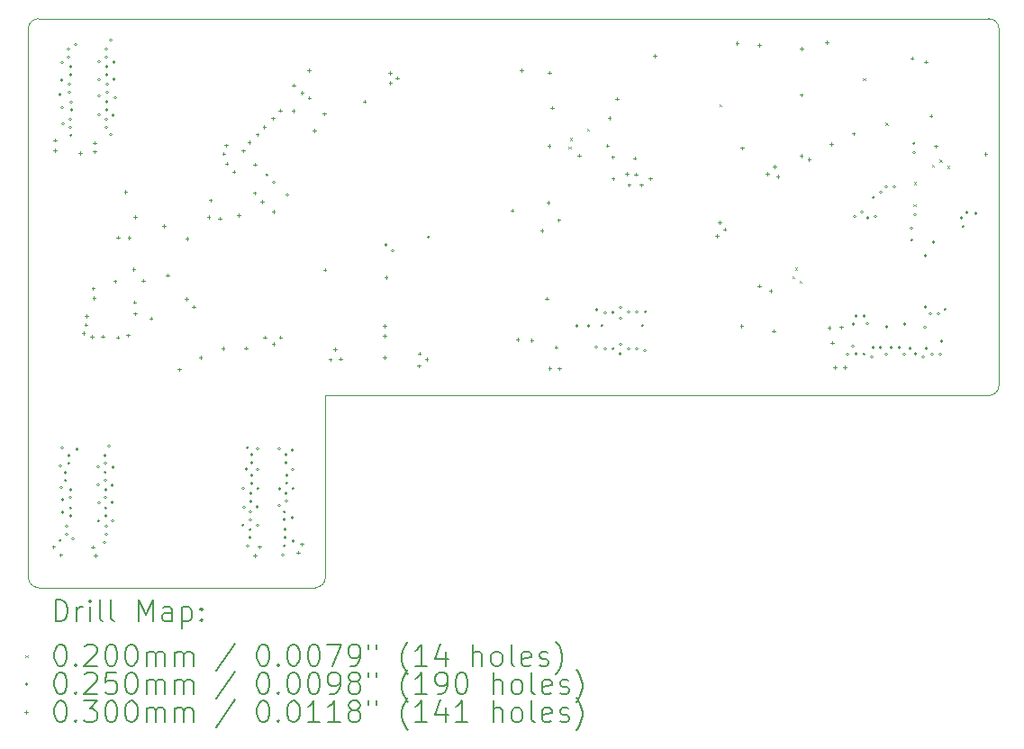
<source format=gbr>
%TF.GenerationSoftware,KiCad,Pcbnew,7.0.8*%
%TF.CreationDate,2023-11-02T17:04:37+02:00*%
%TF.ProjectId,ssd2828_board,73736432-3832-4385-9f62-6f6172642e6b,rev?*%
%TF.SameCoordinates,Original*%
%TF.FileFunction,Drillmap*%
%TF.FilePolarity,Positive*%
%FSLAX45Y45*%
G04 Gerber Fmt 4.5, Leading zero omitted, Abs format (unit mm)*
G04 Created by KiCad (PCBNEW 7.0.8) date 2023-11-02 17:04:37*
%MOMM*%
%LPD*%
G01*
G04 APERTURE LIST*
%ADD10C,0.100000*%
%ADD11C,0.200000*%
%ADD12C,0.020000*%
%ADD13C,0.025000*%
%ADD14C,0.030000*%
G04 APERTURE END LIST*
D10*
X14200180Y-8656650D02*
G75*
G03*
X14296700Y-8560130I0J96520D01*
G01*
X5267630Y-10462260D02*
X7868920Y-10462260D01*
X5267630Y-5111700D02*
G75*
G03*
X5171110Y-5208220I0J-96520D01*
G01*
X5171110Y-10365740D02*
G75*
G03*
X5267630Y-10462260I96520J0D01*
G01*
X5171110Y-8558170D02*
X5171110Y-10365740D01*
X7965440Y-10365740D02*
X7965440Y-8656320D01*
X14296700Y-5207890D02*
X14296700Y-8559800D01*
X7868920Y-10462260D02*
G75*
G03*
X7965440Y-10365740I0J96520D01*
G01*
X14200180Y-8656320D02*
X7965440Y-8656320D01*
X5267630Y-5111700D02*
X14200180Y-5111370D01*
X5171110Y-8558170D02*
X5171110Y-5208220D01*
X14296700Y-5207890D02*
G75*
G03*
X14200180Y-5111370I-96520J0D01*
G01*
D11*
D12*
X10251600Y-6314600D02*
X10271600Y-6334600D01*
X10271600Y-6314600D02*
X10251600Y-6334600D01*
X10261760Y-6235860D02*
X10281760Y-6255860D01*
X10281760Y-6235860D02*
X10261760Y-6255860D01*
X10421780Y-6146960D02*
X10441780Y-6166960D01*
X10441780Y-6146960D02*
X10421780Y-6166960D01*
X11668920Y-5918360D02*
X11688920Y-5938360D01*
X11688920Y-5918360D02*
X11668920Y-5938360D01*
X12352180Y-7533800D02*
X12372180Y-7553800D01*
X12372180Y-7533800D02*
X12352180Y-7553800D01*
X12377580Y-7455060D02*
X12397580Y-7475060D01*
X12397580Y-7455060D02*
X12377580Y-7475060D01*
X12423300Y-7574440D02*
X12443300Y-7594440D01*
X12443300Y-7574440D02*
X12423300Y-7594440D01*
X13020200Y-5669440D02*
X13040200Y-5689440D01*
X13040200Y-5669440D02*
X13020200Y-5689440D01*
X13231020Y-6091080D02*
X13251020Y-6111080D01*
X13251020Y-6091080D02*
X13231020Y-6111080D01*
X13492640Y-6855620D02*
X13512640Y-6875620D01*
X13512640Y-6855620D02*
X13492640Y-6875620D01*
X13495180Y-6649880D02*
X13515180Y-6669880D01*
X13515180Y-6649880D02*
X13495180Y-6669880D01*
X13667900Y-6484780D02*
X13687900Y-6504780D01*
X13687900Y-6484780D02*
X13667900Y-6504780D01*
X13739020Y-6436520D02*
X13759020Y-6456520D01*
X13759020Y-6436520D02*
X13739020Y-6456520D01*
X13810140Y-6497480D02*
X13830140Y-6517480D01*
X13830140Y-6497480D02*
X13810140Y-6517480D01*
D13*
X5481120Y-10020300D02*
G75*
G03*
X5481120Y-10020300I-12500J0D01*
G01*
X5483660Y-5824220D02*
G75*
G03*
X5483660Y-5824220I-12500J0D01*
G01*
X5486200Y-9316720D02*
G75*
G03*
X5486200Y-9316720I-12500J0D01*
G01*
X5491280Y-9519920D02*
G75*
G03*
X5491280Y-9519920I-12500J0D01*
G01*
X5498900Y-5687060D02*
G75*
G03*
X5498900Y-5687060I-12500J0D01*
G01*
X5501440Y-5524500D02*
G75*
G03*
X5501440Y-5524500I-12500J0D01*
G01*
X5501440Y-9151620D02*
G75*
G03*
X5501440Y-9151620I-12500J0D01*
G01*
X5503980Y-5946140D02*
G75*
G03*
X5503980Y-5946140I-12500J0D01*
G01*
X5506520Y-9631680D02*
G75*
G03*
X5506520Y-9631680I-12500J0D01*
G01*
X5506520Y-9756140D02*
G75*
G03*
X5506520Y-9756140I-12500J0D01*
G01*
X5509060Y-6098540D02*
G75*
G03*
X5509060Y-6098540I-12500J0D01*
G01*
X5534137Y-9380820D02*
G75*
G03*
X5534137Y-9380820I-12500J0D01*
G01*
X5534137Y-9455820D02*
G75*
G03*
X5534137Y-9455820I-12500J0D01*
G01*
X5542080Y-9886280D02*
G75*
G03*
X5542080Y-9886280I-12500J0D01*
G01*
X5542080Y-9961280D02*
G75*
G03*
X5542080Y-9961280I-12500J0D01*
G01*
X5562362Y-9220800D02*
G75*
G03*
X5562362Y-9220800I-12500J0D01*
G01*
X5562362Y-9295800D02*
G75*
G03*
X5562362Y-9295800I-12500J0D01*
G01*
X5562400Y-5399320D02*
G75*
G03*
X5562400Y-5399320I-12500J0D01*
G01*
X5562400Y-5474320D02*
G75*
G03*
X5562400Y-5474320I-12500J0D01*
G01*
X5568853Y-5729520D02*
G75*
G03*
X5568853Y-5729520I-12500J0D01*
G01*
X5568853Y-5804520D02*
G75*
G03*
X5568853Y-5804520I-12500J0D01*
G01*
X5579588Y-6059720D02*
G75*
G03*
X5579588Y-6059720I-12500J0D01*
G01*
X5579588Y-6134720D02*
G75*
G03*
X5579588Y-6134720I-12500J0D01*
G01*
X5580180Y-9540840D02*
G75*
G03*
X5580180Y-9540840I-12500J0D01*
G01*
X5580180Y-9615840D02*
G75*
G03*
X5580180Y-9615840I-12500J0D01*
G01*
X5580180Y-9713560D02*
G75*
G03*
X5580180Y-9713560I-12500J0D01*
G01*
X5580180Y-9788560D02*
G75*
G03*
X5580180Y-9788560I-12500J0D01*
G01*
X5582720Y-5564420D02*
G75*
G03*
X5582720Y-5564420I-12500J0D01*
G01*
X5582720Y-5639420D02*
G75*
G03*
X5582720Y-5639420I-12500J0D01*
G01*
X5582720Y-6210300D02*
G75*
G03*
X5582720Y-6210300I-12500J0D01*
G01*
X5587800Y-5894620D02*
G75*
G03*
X5587800Y-5894620I-12500J0D01*
G01*
X5587800Y-5969620D02*
G75*
G03*
X5587800Y-5969620I-12500J0D01*
G01*
X5603040Y-10005060D02*
G75*
G03*
X5603040Y-10005060I-12500J0D01*
G01*
X5628440Y-5354320D02*
G75*
G03*
X5628440Y-5354320I-12500J0D01*
G01*
X5641140Y-9161780D02*
G75*
G03*
X5641140Y-9161780I-12500J0D01*
G01*
X5839260Y-9326880D02*
G75*
G03*
X5839260Y-9326880I-12500J0D01*
G01*
X5841800Y-9497060D02*
G75*
G03*
X5841800Y-9497060I-12500J0D01*
G01*
X5841800Y-9837420D02*
G75*
G03*
X5841800Y-9837420I-12500J0D01*
G01*
X5846880Y-5516880D02*
G75*
G03*
X5846880Y-5516880I-12500J0D01*
G01*
X5846880Y-5687060D02*
G75*
G03*
X5846880Y-5687060I-12500J0D01*
G01*
X5846880Y-5839460D02*
G75*
G03*
X5846880Y-5839460I-12500J0D01*
G01*
X5846880Y-6014720D02*
G75*
G03*
X5846880Y-6014720I-12500J0D01*
G01*
X5849420Y-9662160D02*
G75*
G03*
X5849420Y-9662160I-12500J0D01*
G01*
X5900220Y-10040620D02*
G75*
G03*
X5900220Y-10040620I-12500J0D01*
G01*
X5907840Y-9220800D02*
G75*
G03*
X5907840Y-9220800I-12500J0D01*
G01*
X5907840Y-9295800D02*
G75*
G03*
X5907840Y-9295800I-12500J0D01*
G01*
X5907840Y-9380820D02*
G75*
G03*
X5907840Y-9380820I-12500J0D01*
G01*
X5907840Y-9455820D02*
G75*
G03*
X5907840Y-9455820I-12500J0D01*
G01*
X5910380Y-9540840D02*
G75*
G03*
X5910380Y-9540840I-12500J0D01*
G01*
X5910380Y-9615840D02*
G75*
G03*
X5910380Y-9615840I-12500J0D01*
G01*
X5910380Y-9713560D02*
G75*
G03*
X5910380Y-9713560I-12500J0D01*
G01*
X5910380Y-9788560D02*
G75*
G03*
X5910380Y-9788560I-12500J0D01*
G01*
X5915460Y-9886280D02*
G75*
G03*
X5915460Y-9886280I-12500J0D01*
G01*
X5915460Y-9961280D02*
G75*
G03*
X5915460Y-9961280I-12500J0D01*
G01*
X5916120Y-5399320D02*
G75*
G03*
X5916120Y-5399320I-12500J0D01*
G01*
X5916120Y-5474320D02*
G75*
G03*
X5916120Y-5474320I-12500J0D01*
G01*
X5919112Y-6059720D02*
G75*
G03*
X5919112Y-6059720I-12500J0D01*
G01*
X5919112Y-6134720D02*
G75*
G03*
X5919112Y-6134720I-12500J0D01*
G01*
X5920317Y-5894620D02*
G75*
G03*
X5920317Y-5894620I-12500J0D01*
G01*
X5920317Y-5969620D02*
G75*
G03*
X5920317Y-5969620I-12500J0D01*
G01*
X5920704Y-5564420D02*
G75*
G03*
X5920704Y-5564420I-12500J0D01*
G01*
X5920704Y-5639420D02*
G75*
G03*
X5920704Y-5639420I-12500J0D01*
G01*
X5926653Y-5729520D02*
G75*
G03*
X5926653Y-5729520I-12500J0D01*
G01*
X5926653Y-5804520D02*
G75*
G03*
X5926653Y-5804520I-12500J0D01*
G01*
X5943400Y-9131300D02*
G75*
G03*
X5943400Y-9131300I-12500J0D01*
G01*
X5958640Y-5316220D02*
G75*
G03*
X5958640Y-5316220I-12500J0D01*
G01*
X5961180Y-6200140D02*
G75*
G03*
X5961180Y-6200140I-12500J0D01*
G01*
X5971340Y-9497060D02*
G75*
G03*
X5971340Y-9497060I-12500J0D01*
G01*
X5973880Y-9662160D02*
G75*
G03*
X5973880Y-9662160I-12500J0D01*
G01*
X5978960Y-9329420D02*
G75*
G03*
X5978960Y-9329420I-12500J0D01*
G01*
X5978960Y-9834880D02*
G75*
G03*
X5978960Y-9834880I-12500J0D01*
G01*
X5981500Y-6017260D02*
G75*
G03*
X5981500Y-6017260I-12500J0D01*
G01*
X5989120Y-5521960D02*
G75*
G03*
X5989120Y-5521960I-12500J0D01*
G01*
X5989120Y-5681980D02*
G75*
G03*
X5989120Y-5681980I-12500J0D01*
G01*
X6001820Y-5852160D02*
G75*
G03*
X6001820Y-5852160I-12500J0D01*
G01*
X7200700Y-9875520D02*
G75*
G03*
X7200700Y-9875520I-12500J0D01*
G01*
X7205780Y-9530080D02*
G75*
G03*
X7205780Y-9530080I-12500J0D01*
G01*
X7210860Y-9705340D02*
G75*
G03*
X7210860Y-9705340I-12500J0D01*
G01*
X7233720Y-9349740D02*
G75*
G03*
X7233720Y-9349740I-12500J0D01*
G01*
X7243880Y-9146540D02*
G75*
G03*
X7243880Y-9146540I-12500J0D01*
G01*
X7246420Y-10068560D02*
G75*
G03*
X7246420Y-10068560I-12500J0D01*
G01*
X7269736Y-9916702D02*
G75*
G03*
X7269736Y-9916702I-12500J0D01*
G01*
X7269736Y-9991702D02*
G75*
G03*
X7269736Y-9991702I-12500J0D01*
G01*
X7272773Y-9749800D02*
G75*
G03*
X7272773Y-9749800I-12500J0D01*
G01*
X7272773Y-9824800D02*
G75*
G03*
X7272773Y-9824800I-12500J0D01*
G01*
X7276900Y-9576400D02*
G75*
G03*
X7276900Y-9576400I-12500J0D01*
G01*
X7276900Y-9651400D02*
G75*
G03*
X7276900Y-9651400I-12500J0D01*
G01*
X7284520Y-9213180D02*
G75*
G03*
X7284520Y-9213180I-12500J0D01*
G01*
X7284520Y-9288180D02*
G75*
G03*
X7284520Y-9288180I-12500J0D01*
G01*
X7284520Y-9406220D02*
G75*
G03*
X7284520Y-9406220I-12500J0D01*
G01*
X7284520Y-9481220D02*
G75*
G03*
X7284520Y-9481220I-12500J0D01*
G01*
X7335320Y-9705340D02*
G75*
G03*
X7335320Y-9705340I-12500J0D01*
G01*
X7337860Y-9159240D02*
G75*
G03*
X7337860Y-9159240I-12500J0D01*
G01*
X7340400Y-9349740D02*
G75*
G03*
X7340400Y-9349740I-12500J0D01*
G01*
X7340400Y-9878060D02*
G75*
G03*
X7340400Y-9878060I-12500J0D01*
G01*
X7342940Y-9530080D02*
G75*
G03*
X7342940Y-9530080I-12500J0D01*
G01*
X7426497Y-6581402D02*
G75*
G03*
X7426497Y-6581402I-12500J0D01*
G01*
X7492800Y-6653603D02*
G75*
G03*
X7492800Y-6653603I-12500J0D01*
G01*
X7541060Y-9690100D02*
G75*
G03*
X7541060Y-9690100I-12500J0D01*
G01*
X7543600Y-9154160D02*
G75*
G03*
X7543600Y-9154160I-12500J0D01*
G01*
X7546140Y-9532620D02*
G75*
G03*
X7546140Y-9532620I-12500J0D01*
G01*
X7574080Y-10157460D02*
G75*
G03*
X7574080Y-10157460I-12500J0D01*
G01*
X7589320Y-9749800D02*
G75*
G03*
X7589320Y-9749800I-12500J0D01*
G01*
X7589320Y-9824800D02*
G75*
G03*
X7589320Y-9824800I-12500J0D01*
G01*
X7591860Y-10068560D02*
G75*
G03*
X7591860Y-10068560I-12500J0D01*
G01*
X7599480Y-9916702D02*
G75*
G03*
X7599480Y-9916702I-12500J0D01*
G01*
X7599480Y-9991702D02*
G75*
G03*
X7599480Y-9991702I-12500J0D01*
G01*
X7604560Y-9213180D02*
G75*
G03*
X7604560Y-9213180I-12500J0D01*
G01*
X7604560Y-9288180D02*
G75*
G03*
X7604560Y-9288180I-12500J0D01*
G01*
X7609640Y-9576400D02*
G75*
G03*
X7609640Y-9576400I-12500J0D01*
G01*
X7609640Y-9651400D02*
G75*
G03*
X7609640Y-9651400I-12500J0D01*
G01*
X7612180Y-9406220D02*
G75*
G03*
X7612180Y-9406220I-12500J0D01*
G01*
X7612180Y-9481220D02*
G75*
G03*
X7612180Y-9481220I-12500J0D01*
G01*
X7619800Y-6766560D02*
G75*
G03*
X7619800Y-6766560I-12500J0D01*
G01*
X7665520Y-9166860D02*
G75*
G03*
X7665520Y-9166860I-12500J0D01*
G01*
X7665520Y-9806940D02*
G75*
G03*
X7665520Y-9806940I-12500J0D01*
G01*
X7668060Y-9349740D02*
G75*
G03*
X7668060Y-9349740I-12500J0D01*
G01*
X7670600Y-9532620D02*
G75*
G03*
X7670600Y-9532620I-12500J0D01*
G01*
X7673140Y-10027920D02*
G75*
G03*
X7673140Y-10027920I-12500J0D01*
G01*
X8549440Y-7239000D02*
G75*
G03*
X8549440Y-7239000I-12500J0D01*
G01*
X8610400Y-7292340D02*
G75*
G03*
X8610400Y-7292340I-12500J0D01*
G01*
X8945680Y-7165340D02*
G75*
G03*
X8945680Y-7165340I-12500J0D01*
G01*
X10338900Y-8001000D02*
G75*
G03*
X10338900Y-8001000I-12500J0D01*
G01*
X10454440Y-8001000D02*
G75*
G03*
X10454440Y-8001000I-12500J0D01*
G01*
X10525560Y-7848600D02*
G75*
G03*
X10525560Y-7848600I-12500J0D01*
G01*
X10525560Y-8199120D02*
G75*
G03*
X10525560Y-8199120I-12500J0D01*
G01*
X10573820Y-8001000D02*
G75*
G03*
X10573820Y-8001000I-12500J0D01*
G01*
X10604900Y-7877528D02*
G75*
G03*
X10604900Y-7877528I-12500J0D01*
G01*
X10604900Y-8216900D02*
G75*
G03*
X10604900Y-8216900I-12500J0D01*
G01*
X10679900Y-7877528D02*
G75*
G03*
X10679900Y-7877528I-12500J0D01*
G01*
X10679900Y-8216900D02*
G75*
G03*
X10679900Y-8216900I-12500J0D01*
G01*
X10749080Y-8176260D02*
G75*
G03*
X10749080Y-8176260I-12500J0D01*
G01*
X10749080Y-8265160D02*
G75*
G03*
X10749080Y-8265160I-12500J0D01*
G01*
X10751620Y-7830820D02*
G75*
G03*
X10751620Y-7830820I-12500J0D01*
G01*
X10751620Y-7927340D02*
G75*
G03*
X10751620Y-7927340I-12500J0D01*
G01*
X10825880Y-7869830D02*
G75*
G03*
X10825880Y-7869830I-12500J0D01*
G01*
X10825880Y-8216900D02*
G75*
G03*
X10825880Y-8216900I-12500J0D01*
G01*
X10900880Y-7869830D02*
G75*
G03*
X10900880Y-7869830I-12500J0D01*
G01*
X10900880Y-8216900D02*
G75*
G03*
X10900880Y-8216900I-12500J0D01*
G01*
X10954820Y-8001000D02*
G75*
G03*
X10954820Y-8001000I-12500J0D01*
G01*
X10977680Y-8234680D02*
G75*
G03*
X10977680Y-8234680I-12500J0D01*
G01*
X10985300Y-7868920D02*
G75*
G03*
X10985300Y-7868920I-12500J0D01*
G01*
X12887760Y-8267700D02*
G75*
G03*
X12887760Y-8267700I-12500J0D01*
G01*
X12936020Y-8194040D02*
G75*
G03*
X12936020Y-8194040I-12500J0D01*
G01*
X12941100Y-7983220D02*
G75*
G03*
X12941100Y-7983220I-12500J0D01*
G01*
X12953800Y-6969760D02*
G75*
G03*
X12953800Y-6969760I-12500J0D01*
G01*
X12965200Y-7909036D02*
G75*
G03*
X12965200Y-7909036I-12500J0D01*
G01*
X12965200Y-8266613D02*
G75*
G03*
X12965200Y-8266613I-12500J0D01*
G01*
X13021263Y-6930543D02*
G75*
G03*
X13021263Y-6930543I-12500J0D01*
G01*
X13040200Y-7909036D02*
G75*
G03*
X13040200Y-7909036I-12500J0D01*
G01*
X13040200Y-8266613D02*
G75*
G03*
X13040200Y-8266613I-12500J0D01*
G01*
X13073180Y-7980680D02*
G75*
G03*
X13073180Y-7980680I-12500J0D01*
G01*
X13074297Y-6983577D02*
G75*
G03*
X13074297Y-6983577I-12500J0D01*
G01*
X13113820Y-8293100D02*
G75*
G03*
X13113820Y-8293100I-12500J0D01*
G01*
X13122680Y-8204200D02*
G75*
G03*
X13122680Y-8204200I-12500J0D01*
G01*
X13129060Y-6791960D02*
G75*
G03*
X13129060Y-6791960I-12500J0D01*
G01*
X13149380Y-6972300D02*
G75*
G03*
X13149380Y-6972300I-12500J0D01*
G01*
X13197680Y-8204200D02*
G75*
G03*
X13197680Y-8204200I-12500J0D01*
G01*
X13198302Y-6747670D02*
G75*
G03*
X13198302Y-6747670I-12500J0D01*
G01*
X13245900Y-8267700D02*
G75*
G03*
X13245900Y-8267700I-12500J0D01*
G01*
X13250980Y-8008620D02*
G75*
G03*
X13250980Y-8008620I-12500J0D01*
G01*
X13251335Y-6694637D02*
G75*
G03*
X13251335Y-6694637I-12500J0D01*
G01*
X13297940Y-8204200D02*
G75*
G03*
X13297940Y-8204200I-12500J0D01*
G01*
X13327180Y-6692900D02*
G75*
G03*
X13327180Y-6692900I-12500J0D01*
G01*
X13372940Y-8204200D02*
G75*
G03*
X13372940Y-8204200I-12500J0D01*
G01*
X13418620Y-8267700D02*
G75*
G03*
X13418620Y-8267700I-12500J0D01*
G01*
X13423700Y-7985760D02*
G75*
G03*
X13423700Y-7985760I-12500J0D01*
G01*
X13473383Y-8210703D02*
G75*
G03*
X13473383Y-8210703I-12500J0D01*
G01*
X13484660Y-7081520D02*
G75*
G03*
X13484660Y-7081520I-12500J0D01*
G01*
X13487200Y-7195820D02*
G75*
G03*
X13487200Y-7195820I-12500J0D01*
G01*
X13510060Y-6283960D02*
G75*
G03*
X13510060Y-6283960I-12500J0D01*
G01*
X13512600Y-6372860D02*
G75*
G03*
X13512600Y-6372860I-12500J0D01*
G01*
X13520220Y-6954520D02*
G75*
G03*
X13520220Y-6954520I-12500J0D01*
G01*
X13526417Y-8263737D02*
G75*
G03*
X13526417Y-8263737I-12500J0D01*
G01*
X13596420Y-8295640D02*
G75*
G03*
X13596420Y-8295640I-12500J0D01*
G01*
X13614200Y-8013700D02*
G75*
G03*
X13614200Y-8013700I-12500J0D01*
G01*
X13616740Y-7338060D02*
G75*
G03*
X13616740Y-7338060I-12500J0D01*
G01*
X13616740Y-7823200D02*
G75*
G03*
X13616740Y-7823200I-12500J0D01*
G01*
X13625783Y-8213243D02*
G75*
G03*
X13625783Y-8213243I-12500J0D01*
G01*
X13663060Y-7886700D02*
G75*
G03*
X13663060Y-7886700I-12500J0D01*
G01*
X13678817Y-8266277D02*
G75*
G03*
X13678817Y-8266277I-12500J0D01*
G01*
X13692940Y-7213600D02*
G75*
G03*
X13692940Y-7213600I-12500J0D01*
G01*
X13738060Y-7886700D02*
G75*
G03*
X13738060Y-7886700I-12500J0D01*
G01*
X13756440Y-8270240D02*
G75*
G03*
X13756440Y-8270240I-12500J0D01*
G01*
X13769140Y-8148320D02*
G75*
G03*
X13769140Y-8148320I-12500J0D01*
G01*
X13802160Y-7846060D02*
G75*
G03*
X13802160Y-7846060I-12500J0D01*
G01*
X13955499Y-6986852D02*
G75*
G03*
X13955499Y-6986852I-12500J0D01*
G01*
X13969800Y-7068820D02*
G75*
G03*
X13969800Y-7068820I-12500J0D01*
G01*
X14008532Y-6933819D02*
G75*
G03*
X14008532Y-6933819I-12500J0D01*
G01*
X14089180Y-6941820D02*
G75*
G03*
X14089180Y-6941820I-12500J0D01*
G01*
D14*
X5407660Y-10063720D02*
X5407660Y-10093720D01*
X5392660Y-10078720D02*
X5422660Y-10078720D01*
X5422900Y-6239700D02*
X5422900Y-6269700D01*
X5407900Y-6254700D02*
X5437900Y-6254700D01*
X5422900Y-6336220D02*
X5422900Y-6366220D01*
X5407900Y-6351220D02*
X5437900Y-6351220D01*
X5476240Y-10139920D02*
X5476240Y-10169920D01*
X5461240Y-10154920D02*
X5491240Y-10154920D01*
X5656700Y-6361420D02*
X5656700Y-6391420D01*
X5641700Y-6376420D02*
X5671700Y-6376420D01*
X5689600Y-8055800D02*
X5689600Y-8085800D01*
X5674600Y-8070800D02*
X5704600Y-8070800D01*
X5712460Y-7974520D02*
X5712460Y-8004520D01*
X5697460Y-7989520D02*
X5727460Y-7989520D01*
X5717540Y-7892060D02*
X5717540Y-7922060D01*
X5702540Y-7907060D02*
X5732540Y-7907060D01*
X5768340Y-8088820D02*
X5768340Y-8118820D01*
X5753340Y-8103820D02*
X5783340Y-8103820D01*
X5775960Y-10066260D02*
X5775960Y-10096260D01*
X5760960Y-10081260D02*
X5790960Y-10081260D01*
X5781040Y-7634160D02*
X5781040Y-7664160D01*
X5766040Y-7649160D02*
X5796040Y-7649160D01*
X5788660Y-7725600D02*
X5788660Y-7755600D01*
X5773660Y-7740600D02*
X5803660Y-7740600D01*
X5793740Y-6265100D02*
X5793740Y-6295100D01*
X5778740Y-6280100D02*
X5808740Y-6280100D01*
X5793740Y-6346380D02*
X5793740Y-6376380D01*
X5778740Y-6361380D02*
X5808740Y-6361380D01*
X5801360Y-10147540D02*
X5801360Y-10177540D01*
X5786360Y-10162540D02*
X5816360Y-10162540D01*
X5869940Y-8083740D02*
X5869940Y-8113740D01*
X5854940Y-8098740D02*
X5884940Y-8098740D01*
X5986780Y-7565580D02*
X5986780Y-7595580D01*
X5971780Y-7580580D02*
X6001780Y-7580580D01*
X6012180Y-8093900D02*
X6012180Y-8123900D01*
X5997180Y-8108900D02*
X6027180Y-8108900D01*
X6014720Y-7152880D02*
X6014720Y-7182880D01*
X5999720Y-7167880D02*
X6029720Y-7167880D01*
X6085840Y-6726160D02*
X6085840Y-6756160D01*
X6070840Y-6741160D02*
X6100840Y-6741160D01*
X6108700Y-8073580D02*
X6108700Y-8103580D01*
X6093700Y-8088580D02*
X6123700Y-8088580D01*
X6118860Y-7155420D02*
X6118860Y-7185420D01*
X6103860Y-7170420D02*
X6133860Y-7170420D01*
X6162040Y-7451280D02*
X6162040Y-7481280D01*
X6147040Y-7466280D02*
X6177040Y-7466280D01*
X6169660Y-7763700D02*
X6169660Y-7793700D01*
X6154660Y-7778700D02*
X6184660Y-7778700D01*
X6174740Y-6962380D02*
X6174740Y-6992380D01*
X6159740Y-6977380D02*
X6189740Y-6977380D01*
X6174740Y-7870380D02*
X6174740Y-7900380D01*
X6159740Y-7885380D02*
X6189740Y-7885380D01*
X6251080Y-7560500D02*
X6251080Y-7590500D01*
X6236080Y-7575500D02*
X6266080Y-7575500D01*
X6324600Y-7916100D02*
X6324600Y-7946100D01*
X6309600Y-7931100D02*
X6339600Y-7931100D01*
X6446520Y-7046200D02*
X6446520Y-7076200D01*
X6431520Y-7061200D02*
X6461520Y-7061200D01*
X6479540Y-7509700D02*
X6479540Y-7539700D01*
X6464540Y-7524700D02*
X6494540Y-7524700D01*
X6591300Y-8396160D02*
X6591300Y-8426160D01*
X6576300Y-8411160D02*
X6606300Y-8411160D01*
X6657340Y-7734540D02*
X6657340Y-7764540D01*
X6642340Y-7749540D02*
X6672340Y-7749540D01*
X6662420Y-7164260D02*
X6662420Y-7194260D01*
X6647420Y-7179260D02*
X6677420Y-7179260D01*
X6725920Y-7805660D02*
X6725920Y-7835660D01*
X6710920Y-7820660D02*
X6740920Y-7820660D01*
X6789420Y-8284400D02*
X6789420Y-8314400D01*
X6774420Y-8299400D02*
X6804420Y-8299400D01*
X6865620Y-6961060D02*
X6865620Y-6991060D01*
X6850620Y-6976060D02*
X6880620Y-6976060D01*
X6883400Y-6804900D02*
X6883400Y-6834900D01*
X6868400Y-6819900D02*
X6898400Y-6819900D01*
X6972300Y-6976300D02*
X6972300Y-7006300D01*
X6957300Y-6991300D02*
X6987300Y-6991300D01*
X7002780Y-8199360D02*
X7002780Y-8229360D01*
X6987780Y-8214360D02*
X7017780Y-8214360D01*
X7007860Y-6366700D02*
X7007860Y-6396700D01*
X6992860Y-6381700D02*
X7022860Y-6381700D01*
X7030720Y-6287960D02*
X7030720Y-6317960D01*
X7015720Y-6302960D02*
X7045720Y-6302960D01*
X7035800Y-6459460D02*
X7035800Y-6489460D01*
X7020800Y-6474460D02*
X7050800Y-6474460D01*
X7104380Y-6535660D02*
X7104380Y-6565660D01*
X7089380Y-6550660D02*
X7119380Y-6550660D01*
X7147560Y-6945820D02*
X7147560Y-6975820D01*
X7132560Y-6960820D02*
X7162560Y-6960820D01*
X7190740Y-6338760D02*
X7190740Y-6368760D01*
X7175740Y-6353760D02*
X7205740Y-6353760D01*
X7216140Y-8195500D02*
X7216140Y-8225500D01*
X7201140Y-8210500D02*
X7231140Y-8210500D01*
X7246620Y-6260020D02*
X7246620Y-6290020D01*
X7231620Y-6275020D02*
X7261620Y-6275020D01*
X7297420Y-6736320D02*
X7297420Y-6766320D01*
X7282420Y-6751320D02*
X7312420Y-6751320D01*
X7302500Y-6468300D02*
X7302500Y-6498300D01*
X7287500Y-6483300D02*
X7317500Y-6483300D01*
X7302500Y-10145000D02*
X7302500Y-10175000D01*
X7287500Y-10160000D02*
X7317500Y-10160000D01*
X7322820Y-6186360D02*
X7322820Y-6216360D01*
X7307820Y-6201360D02*
X7337820Y-6201360D01*
X7343140Y-10063720D02*
X7343140Y-10093720D01*
X7328140Y-10078720D02*
X7358140Y-10078720D01*
X7368540Y-6816280D02*
X7368540Y-6846280D01*
X7353540Y-6831280D02*
X7383540Y-6831280D01*
X7389404Y-6114696D02*
X7389404Y-6144696D01*
X7374404Y-6129696D02*
X7404404Y-6129696D01*
X7396480Y-8093900D02*
X7396480Y-8123900D01*
X7381480Y-8108900D02*
X7411480Y-8108900D01*
X7470140Y-6033960D02*
X7470140Y-6063960D01*
X7455140Y-6048960D02*
X7485140Y-6048960D01*
X7475220Y-6910260D02*
X7475220Y-6940260D01*
X7460220Y-6925260D02*
X7490220Y-6925260D01*
X7475220Y-8153640D02*
X7475220Y-8183640D01*
X7460220Y-8168640D02*
X7490220Y-8168640D01*
X7538720Y-5960300D02*
X7538720Y-5990300D01*
X7523720Y-5975300D02*
X7553720Y-5975300D01*
X7541260Y-8093900D02*
X7541260Y-8123900D01*
X7526260Y-8108900D02*
X7556260Y-8108900D01*
X7663180Y-5964160D02*
X7663180Y-5994160D01*
X7648180Y-5979160D02*
X7678180Y-5979160D01*
X7665720Y-5721540D02*
X7665720Y-5751540D01*
X7650720Y-5736540D02*
X7680720Y-5736540D01*
X7706360Y-10117060D02*
X7706360Y-10147060D01*
X7691360Y-10132060D02*
X7721360Y-10132060D01*
X7741920Y-10038320D02*
X7741920Y-10068320D01*
X7726920Y-10053320D02*
X7756920Y-10053320D01*
X7744460Y-5795200D02*
X7744460Y-5825200D01*
X7729460Y-5810200D02*
X7759460Y-5810200D01*
X7807960Y-5580620D02*
X7807960Y-5610620D01*
X7792960Y-5595620D02*
X7822960Y-5595620D01*
X7813040Y-5840920D02*
X7813040Y-5870920D01*
X7798040Y-5855920D02*
X7828040Y-5855920D01*
X7858760Y-6149580D02*
X7858760Y-6179580D01*
X7843760Y-6164580D02*
X7873760Y-6164580D01*
X7952740Y-5990780D02*
X7952740Y-6020780D01*
X7937740Y-6005780D02*
X7967740Y-6005780D01*
X7957820Y-7458900D02*
X7957820Y-7488900D01*
X7942820Y-7473900D02*
X7972820Y-7473900D01*
X8008620Y-8303500D02*
X8008620Y-8333500D01*
X7993620Y-8318500D02*
X8023620Y-8318500D01*
X8054340Y-8206980D02*
X8054340Y-8236980D01*
X8039340Y-8221980D02*
X8069340Y-8221980D01*
X8105140Y-8295880D02*
X8105140Y-8325880D01*
X8090140Y-8310880D02*
X8120140Y-8310880D01*
X8331200Y-5875260D02*
X8331200Y-5905260D01*
X8316200Y-5890260D02*
X8346200Y-5890260D01*
X8519160Y-8280640D02*
X8519160Y-8310640D01*
X8504160Y-8295640D02*
X8534160Y-8295640D01*
X8521700Y-7987220D02*
X8521700Y-8017220D01*
X8506700Y-8002220D02*
X8536700Y-8002220D01*
X8521700Y-8078660D02*
X8521700Y-8108660D01*
X8506700Y-8093660D02*
X8536700Y-8093660D01*
X8534400Y-7528800D02*
X8534400Y-7558800D01*
X8519400Y-7543800D02*
X8549400Y-7543800D01*
X8572500Y-5608560D02*
X8572500Y-5638560D01*
X8557500Y-5623560D02*
X8587500Y-5623560D01*
X8575040Y-5702540D02*
X8575040Y-5732540D01*
X8560040Y-5717540D02*
X8590040Y-5717540D01*
X8641080Y-5654280D02*
X8641080Y-5684280D01*
X8626080Y-5669280D02*
X8656080Y-5669280D01*
X8844280Y-8361920D02*
X8844280Y-8391920D01*
X8829280Y-8376920D02*
X8859280Y-8376920D01*
X8846820Y-8246300D02*
X8846820Y-8276300D01*
X8831820Y-8261300D02*
X8861820Y-8261300D01*
X8915400Y-8299640D02*
X8915400Y-8329640D01*
X8900400Y-8314640D02*
X8930400Y-8314640D01*
X9720580Y-6900100D02*
X9720580Y-6930100D01*
X9705580Y-6915100D02*
X9735580Y-6915100D01*
X9771380Y-8114220D02*
X9771380Y-8144220D01*
X9756380Y-8129220D02*
X9786380Y-8129220D01*
X9806700Y-5581420D02*
X9806700Y-5611420D01*
X9791700Y-5596420D02*
X9821700Y-5596420D01*
X9903460Y-8123160D02*
X9903460Y-8153160D01*
X9888460Y-8138160D02*
X9918460Y-8138160D01*
X9999980Y-7090600D02*
X9999980Y-7120600D01*
X9984980Y-7105600D02*
X10014980Y-7105600D01*
X10043160Y-7729460D02*
X10043160Y-7759460D01*
X10028160Y-7744460D02*
X10058160Y-7744460D01*
X10057800Y-6827160D02*
X10057800Y-6857160D01*
X10042800Y-6842160D02*
X10072800Y-6842160D01*
X10066700Y-6291420D02*
X10066700Y-6321420D01*
X10051700Y-6306420D02*
X10081700Y-6306420D01*
X10071100Y-5604700D02*
X10071100Y-5634700D01*
X10056100Y-5619700D02*
X10086100Y-5619700D01*
X10073640Y-8386000D02*
X10073640Y-8416000D01*
X10058640Y-8401000D02*
X10088640Y-8401000D01*
X10096500Y-5934900D02*
X10096500Y-5964900D01*
X10081500Y-5949900D02*
X10111500Y-5949900D01*
X10132060Y-8186660D02*
X10132060Y-8216660D01*
X10117060Y-8201660D02*
X10147060Y-8201660D01*
X10157460Y-6990320D02*
X10157460Y-7020320D01*
X10142460Y-7005320D02*
X10172460Y-7005320D01*
X10162540Y-8387320D02*
X10162540Y-8417320D01*
X10147540Y-8402320D02*
X10177540Y-8402320D01*
X10350500Y-6383260D02*
X10350500Y-6413260D01*
X10335500Y-6398260D02*
X10365500Y-6398260D01*
X10614660Y-6289280D02*
X10614660Y-6319280D01*
X10599660Y-6304280D02*
X10629660Y-6304280D01*
X10634980Y-6030200D02*
X10634980Y-6060200D01*
X10619980Y-6045200D02*
X10649980Y-6045200D01*
X10665460Y-6397180D02*
X10665460Y-6427180D01*
X10650460Y-6412180D02*
X10680460Y-6412180D01*
X10667300Y-6600380D02*
X10667300Y-6630380D01*
X10652300Y-6615380D02*
X10682300Y-6615380D01*
X10705140Y-5848540D02*
X10705140Y-5878540D01*
X10690140Y-5863540D02*
X10720140Y-5863540D01*
X10797540Y-6557200D02*
X10797540Y-6587200D01*
X10782540Y-6572200D02*
X10812540Y-6572200D01*
X10817860Y-6660120D02*
X10817860Y-6690120D01*
X10802860Y-6675120D02*
X10832860Y-6675120D01*
X10871200Y-6408660D02*
X10871200Y-6438660D01*
X10856200Y-6423660D02*
X10886200Y-6423660D01*
X10883900Y-6559740D02*
X10883900Y-6589740D01*
X10868900Y-6574740D02*
X10898900Y-6574740D01*
X10932160Y-6660120D02*
X10932160Y-6690120D01*
X10917160Y-6675120D02*
X10947160Y-6675120D01*
X11017300Y-6600380D02*
X11017300Y-6630380D01*
X11002300Y-6615380D02*
X11032300Y-6615380D01*
X11059160Y-5448540D02*
X11059160Y-5478540D01*
X11044160Y-5463540D02*
X11074160Y-5463540D01*
X11645900Y-7140180D02*
X11645900Y-7170180D01*
X11630900Y-7155180D02*
X11660900Y-7155180D01*
X11671300Y-7010640D02*
X11671300Y-7040640D01*
X11656300Y-7025640D02*
X11686300Y-7025640D01*
X11717020Y-7076680D02*
X11717020Y-7106680D01*
X11702020Y-7091680D02*
X11732020Y-7091680D01*
X11833860Y-5326620D02*
X11833860Y-5356620D01*
X11818860Y-5341620D02*
X11848860Y-5341620D01*
X11877040Y-7986000D02*
X11877040Y-8016000D01*
X11862040Y-8001000D02*
X11892040Y-8001000D01*
X11880900Y-6313360D02*
X11880900Y-6343360D01*
X11865900Y-6328360D02*
X11895900Y-6328360D01*
X12042140Y-5346940D02*
X12042140Y-5376940D01*
X12027140Y-5361940D02*
X12057140Y-5361940D01*
X12042140Y-7610080D02*
X12042140Y-7640080D01*
X12027140Y-7625080D02*
X12057140Y-7625080D01*
X12120880Y-6555980D02*
X12120880Y-6585980D01*
X12105880Y-6570980D02*
X12135880Y-6570980D01*
X12148820Y-7658340D02*
X12148820Y-7688340D01*
X12133820Y-7673340D02*
X12163820Y-7673340D01*
X12176760Y-8032940D02*
X12176760Y-8062940D01*
X12161760Y-8047940D02*
X12191760Y-8047940D01*
X12186920Y-6487400D02*
X12186920Y-6517400D01*
X12171920Y-6502400D02*
X12201920Y-6502400D01*
X12217400Y-6578840D02*
X12217400Y-6608840D01*
X12202400Y-6593840D02*
X12232400Y-6593840D01*
X12438380Y-5812980D02*
X12438380Y-5842980D01*
X12423380Y-5827980D02*
X12453380Y-5827980D01*
X12438380Y-6385800D02*
X12438380Y-6415800D01*
X12423380Y-6400800D02*
X12453380Y-6400800D01*
X12440920Y-5379960D02*
X12440920Y-5409960D01*
X12425920Y-5394960D02*
X12455920Y-5394960D01*
X12512040Y-6418820D02*
X12512040Y-6448820D01*
X12497040Y-6433820D02*
X12527040Y-6433820D01*
X12679680Y-5321540D02*
X12679680Y-5351540D01*
X12664680Y-5336540D02*
X12694680Y-5336540D01*
X12700000Y-8001240D02*
X12700000Y-8031240D01*
X12685000Y-8016240D02*
X12715000Y-8016240D01*
X12720320Y-6276580D02*
X12720320Y-6306580D01*
X12705320Y-6291580D02*
X12735320Y-6291580D01*
X12727940Y-8144700D02*
X12727940Y-8174700D01*
X12712940Y-8159700D02*
X12742940Y-8159700D01*
X12755880Y-8374620D02*
X12755880Y-8404620D01*
X12740880Y-8389620D02*
X12770880Y-8389620D01*
X12811760Y-7998700D02*
X12811760Y-8028700D01*
X12796760Y-8013700D02*
X12826760Y-8013700D01*
X12847320Y-8375840D02*
X12847320Y-8405840D01*
X12832320Y-8390840D02*
X12862320Y-8390840D01*
X12928600Y-6177520D02*
X12928600Y-6207520D01*
X12913600Y-6192520D02*
X12943600Y-6192520D01*
X13479780Y-5467540D02*
X13479780Y-5497540D01*
X13464780Y-5482540D02*
X13494780Y-5482540D01*
X13609320Y-5501880D02*
X13609320Y-5531880D01*
X13594320Y-5516880D02*
X13624320Y-5516880D01*
X13657580Y-6009880D02*
X13657580Y-6039880D01*
X13642580Y-6024880D02*
X13672580Y-6024880D01*
X13700760Y-6296900D02*
X13700760Y-6326900D01*
X13685760Y-6311900D02*
X13715760Y-6311900D01*
X14170660Y-6368020D02*
X14170660Y-6398020D01*
X14155660Y-6383020D02*
X14185660Y-6383020D01*
D11*
X5426887Y-10778744D02*
X5426887Y-10578744D01*
X5426887Y-10578744D02*
X5474506Y-10578744D01*
X5474506Y-10578744D02*
X5503077Y-10588268D01*
X5503077Y-10588268D02*
X5522125Y-10607315D01*
X5522125Y-10607315D02*
X5531649Y-10626363D01*
X5531649Y-10626363D02*
X5541172Y-10664458D01*
X5541172Y-10664458D02*
X5541172Y-10693030D01*
X5541172Y-10693030D02*
X5531649Y-10731125D01*
X5531649Y-10731125D02*
X5522125Y-10750172D01*
X5522125Y-10750172D02*
X5503077Y-10769220D01*
X5503077Y-10769220D02*
X5474506Y-10778744D01*
X5474506Y-10778744D02*
X5426887Y-10778744D01*
X5626887Y-10778744D02*
X5626887Y-10645410D01*
X5626887Y-10683506D02*
X5636410Y-10664458D01*
X5636410Y-10664458D02*
X5645934Y-10654934D01*
X5645934Y-10654934D02*
X5664982Y-10645410D01*
X5664982Y-10645410D02*
X5684030Y-10645410D01*
X5750696Y-10778744D02*
X5750696Y-10645410D01*
X5750696Y-10578744D02*
X5741172Y-10588268D01*
X5741172Y-10588268D02*
X5750696Y-10597791D01*
X5750696Y-10597791D02*
X5760220Y-10588268D01*
X5760220Y-10588268D02*
X5750696Y-10578744D01*
X5750696Y-10578744D02*
X5750696Y-10597791D01*
X5874506Y-10778744D02*
X5855458Y-10769220D01*
X5855458Y-10769220D02*
X5845934Y-10750172D01*
X5845934Y-10750172D02*
X5845934Y-10578744D01*
X5979268Y-10778744D02*
X5960220Y-10769220D01*
X5960220Y-10769220D02*
X5950696Y-10750172D01*
X5950696Y-10750172D02*
X5950696Y-10578744D01*
X6207839Y-10778744D02*
X6207839Y-10578744D01*
X6207839Y-10578744D02*
X6274506Y-10721601D01*
X6274506Y-10721601D02*
X6341172Y-10578744D01*
X6341172Y-10578744D02*
X6341172Y-10778744D01*
X6522125Y-10778744D02*
X6522125Y-10673982D01*
X6522125Y-10673982D02*
X6512601Y-10654934D01*
X6512601Y-10654934D02*
X6493553Y-10645410D01*
X6493553Y-10645410D02*
X6455458Y-10645410D01*
X6455458Y-10645410D02*
X6436410Y-10654934D01*
X6522125Y-10769220D02*
X6503077Y-10778744D01*
X6503077Y-10778744D02*
X6455458Y-10778744D01*
X6455458Y-10778744D02*
X6436410Y-10769220D01*
X6436410Y-10769220D02*
X6426887Y-10750172D01*
X6426887Y-10750172D02*
X6426887Y-10731125D01*
X6426887Y-10731125D02*
X6436410Y-10712077D01*
X6436410Y-10712077D02*
X6455458Y-10702553D01*
X6455458Y-10702553D02*
X6503077Y-10702553D01*
X6503077Y-10702553D02*
X6522125Y-10693030D01*
X6617363Y-10645410D02*
X6617363Y-10845410D01*
X6617363Y-10654934D02*
X6636410Y-10645410D01*
X6636410Y-10645410D02*
X6674506Y-10645410D01*
X6674506Y-10645410D02*
X6693553Y-10654934D01*
X6693553Y-10654934D02*
X6703077Y-10664458D01*
X6703077Y-10664458D02*
X6712601Y-10683506D01*
X6712601Y-10683506D02*
X6712601Y-10740649D01*
X6712601Y-10740649D02*
X6703077Y-10759696D01*
X6703077Y-10759696D02*
X6693553Y-10769220D01*
X6693553Y-10769220D02*
X6674506Y-10778744D01*
X6674506Y-10778744D02*
X6636410Y-10778744D01*
X6636410Y-10778744D02*
X6617363Y-10769220D01*
X6798315Y-10759696D02*
X6807839Y-10769220D01*
X6807839Y-10769220D02*
X6798315Y-10778744D01*
X6798315Y-10778744D02*
X6788791Y-10769220D01*
X6788791Y-10769220D02*
X6798315Y-10759696D01*
X6798315Y-10759696D02*
X6798315Y-10778744D01*
X6798315Y-10654934D02*
X6807839Y-10664458D01*
X6807839Y-10664458D02*
X6798315Y-10673982D01*
X6798315Y-10673982D02*
X6788791Y-10664458D01*
X6788791Y-10664458D02*
X6798315Y-10654934D01*
X6798315Y-10654934D02*
X6798315Y-10673982D01*
D12*
X5146110Y-11097260D02*
X5166110Y-11117260D01*
X5166110Y-11097260D02*
X5146110Y-11117260D01*
D11*
X5464982Y-10998744D02*
X5484030Y-10998744D01*
X5484030Y-10998744D02*
X5503077Y-11008268D01*
X5503077Y-11008268D02*
X5512601Y-11017791D01*
X5512601Y-11017791D02*
X5522125Y-11036839D01*
X5522125Y-11036839D02*
X5531649Y-11074934D01*
X5531649Y-11074934D02*
X5531649Y-11122553D01*
X5531649Y-11122553D02*
X5522125Y-11160649D01*
X5522125Y-11160649D02*
X5512601Y-11179696D01*
X5512601Y-11179696D02*
X5503077Y-11189220D01*
X5503077Y-11189220D02*
X5484030Y-11198744D01*
X5484030Y-11198744D02*
X5464982Y-11198744D01*
X5464982Y-11198744D02*
X5445934Y-11189220D01*
X5445934Y-11189220D02*
X5436411Y-11179696D01*
X5436411Y-11179696D02*
X5426887Y-11160649D01*
X5426887Y-11160649D02*
X5417363Y-11122553D01*
X5417363Y-11122553D02*
X5417363Y-11074934D01*
X5417363Y-11074934D02*
X5426887Y-11036839D01*
X5426887Y-11036839D02*
X5436411Y-11017791D01*
X5436411Y-11017791D02*
X5445934Y-11008268D01*
X5445934Y-11008268D02*
X5464982Y-10998744D01*
X5617363Y-11179696D02*
X5626887Y-11189220D01*
X5626887Y-11189220D02*
X5617363Y-11198744D01*
X5617363Y-11198744D02*
X5607839Y-11189220D01*
X5607839Y-11189220D02*
X5617363Y-11179696D01*
X5617363Y-11179696D02*
X5617363Y-11198744D01*
X5703077Y-11017791D02*
X5712601Y-11008268D01*
X5712601Y-11008268D02*
X5731649Y-10998744D01*
X5731649Y-10998744D02*
X5779268Y-10998744D01*
X5779268Y-10998744D02*
X5798315Y-11008268D01*
X5798315Y-11008268D02*
X5807839Y-11017791D01*
X5807839Y-11017791D02*
X5817363Y-11036839D01*
X5817363Y-11036839D02*
X5817363Y-11055887D01*
X5817363Y-11055887D02*
X5807839Y-11084458D01*
X5807839Y-11084458D02*
X5693553Y-11198744D01*
X5693553Y-11198744D02*
X5817363Y-11198744D01*
X5941172Y-10998744D02*
X5960220Y-10998744D01*
X5960220Y-10998744D02*
X5979268Y-11008268D01*
X5979268Y-11008268D02*
X5988791Y-11017791D01*
X5988791Y-11017791D02*
X5998315Y-11036839D01*
X5998315Y-11036839D02*
X6007839Y-11074934D01*
X6007839Y-11074934D02*
X6007839Y-11122553D01*
X6007839Y-11122553D02*
X5998315Y-11160649D01*
X5998315Y-11160649D02*
X5988791Y-11179696D01*
X5988791Y-11179696D02*
X5979268Y-11189220D01*
X5979268Y-11189220D02*
X5960220Y-11198744D01*
X5960220Y-11198744D02*
X5941172Y-11198744D01*
X5941172Y-11198744D02*
X5922125Y-11189220D01*
X5922125Y-11189220D02*
X5912601Y-11179696D01*
X5912601Y-11179696D02*
X5903077Y-11160649D01*
X5903077Y-11160649D02*
X5893553Y-11122553D01*
X5893553Y-11122553D02*
X5893553Y-11074934D01*
X5893553Y-11074934D02*
X5903077Y-11036839D01*
X5903077Y-11036839D02*
X5912601Y-11017791D01*
X5912601Y-11017791D02*
X5922125Y-11008268D01*
X5922125Y-11008268D02*
X5941172Y-10998744D01*
X6131649Y-10998744D02*
X6150696Y-10998744D01*
X6150696Y-10998744D02*
X6169744Y-11008268D01*
X6169744Y-11008268D02*
X6179268Y-11017791D01*
X6179268Y-11017791D02*
X6188791Y-11036839D01*
X6188791Y-11036839D02*
X6198315Y-11074934D01*
X6198315Y-11074934D02*
X6198315Y-11122553D01*
X6198315Y-11122553D02*
X6188791Y-11160649D01*
X6188791Y-11160649D02*
X6179268Y-11179696D01*
X6179268Y-11179696D02*
X6169744Y-11189220D01*
X6169744Y-11189220D02*
X6150696Y-11198744D01*
X6150696Y-11198744D02*
X6131649Y-11198744D01*
X6131649Y-11198744D02*
X6112601Y-11189220D01*
X6112601Y-11189220D02*
X6103077Y-11179696D01*
X6103077Y-11179696D02*
X6093553Y-11160649D01*
X6093553Y-11160649D02*
X6084030Y-11122553D01*
X6084030Y-11122553D02*
X6084030Y-11074934D01*
X6084030Y-11074934D02*
X6093553Y-11036839D01*
X6093553Y-11036839D02*
X6103077Y-11017791D01*
X6103077Y-11017791D02*
X6112601Y-11008268D01*
X6112601Y-11008268D02*
X6131649Y-10998744D01*
X6284030Y-11198744D02*
X6284030Y-11065410D01*
X6284030Y-11084458D02*
X6293553Y-11074934D01*
X6293553Y-11074934D02*
X6312601Y-11065410D01*
X6312601Y-11065410D02*
X6341172Y-11065410D01*
X6341172Y-11065410D02*
X6360220Y-11074934D01*
X6360220Y-11074934D02*
X6369744Y-11093982D01*
X6369744Y-11093982D02*
X6369744Y-11198744D01*
X6369744Y-11093982D02*
X6379268Y-11074934D01*
X6379268Y-11074934D02*
X6398315Y-11065410D01*
X6398315Y-11065410D02*
X6426887Y-11065410D01*
X6426887Y-11065410D02*
X6445934Y-11074934D01*
X6445934Y-11074934D02*
X6455458Y-11093982D01*
X6455458Y-11093982D02*
X6455458Y-11198744D01*
X6550696Y-11198744D02*
X6550696Y-11065410D01*
X6550696Y-11084458D02*
X6560220Y-11074934D01*
X6560220Y-11074934D02*
X6579268Y-11065410D01*
X6579268Y-11065410D02*
X6607839Y-11065410D01*
X6607839Y-11065410D02*
X6626887Y-11074934D01*
X6626887Y-11074934D02*
X6636411Y-11093982D01*
X6636411Y-11093982D02*
X6636411Y-11198744D01*
X6636411Y-11093982D02*
X6645934Y-11074934D01*
X6645934Y-11074934D02*
X6664982Y-11065410D01*
X6664982Y-11065410D02*
X6693553Y-11065410D01*
X6693553Y-11065410D02*
X6712601Y-11074934D01*
X6712601Y-11074934D02*
X6722125Y-11093982D01*
X6722125Y-11093982D02*
X6722125Y-11198744D01*
X7112601Y-10989220D02*
X6941173Y-11246363D01*
X7369744Y-10998744D02*
X7388792Y-10998744D01*
X7388792Y-10998744D02*
X7407839Y-11008268D01*
X7407839Y-11008268D02*
X7417363Y-11017791D01*
X7417363Y-11017791D02*
X7426887Y-11036839D01*
X7426887Y-11036839D02*
X7436411Y-11074934D01*
X7436411Y-11074934D02*
X7436411Y-11122553D01*
X7436411Y-11122553D02*
X7426887Y-11160649D01*
X7426887Y-11160649D02*
X7417363Y-11179696D01*
X7417363Y-11179696D02*
X7407839Y-11189220D01*
X7407839Y-11189220D02*
X7388792Y-11198744D01*
X7388792Y-11198744D02*
X7369744Y-11198744D01*
X7369744Y-11198744D02*
X7350696Y-11189220D01*
X7350696Y-11189220D02*
X7341173Y-11179696D01*
X7341173Y-11179696D02*
X7331649Y-11160649D01*
X7331649Y-11160649D02*
X7322125Y-11122553D01*
X7322125Y-11122553D02*
X7322125Y-11074934D01*
X7322125Y-11074934D02*
X7331649Y-11036839D01*
X7331649Y-11036839D02*
X7341173Y-11017791D01*
X7341173Y-11017791D02*
X7350696Y-11008268D01*
X7350696Y-11008268D02*
X7369744Y-10998744D01*
X7522125Y-11179696D02*
X7531649Y-11189220D01*
X7531649Y-11189220D02*
X7522125Y-11198744D01*
X7522125Y-11198744D02*
X7512601Y-11189220D01*
X7512601Y-11189220D02*
X7522125Y-11179696D01*
X7522125Y-11179696D02*
X7522125Y-11198744D01*
X7655458Y-10998744D02*
X7674506Y-10998744D01*
X7674506Y-10998744D02*
X7693554Y-11008268D01*
X7693554Y-11008268D02*
X7703077Y-11017791D01*
X7703077Y-11017791D02*
X7712601Y-11036839D01*
X7712601Y-11036839D02*
X7722125Y-11074934D01*
X7722125Y-11074934D02*
X7722125Y-11122553D01*
X7722125Y-11122553D02*
X7712601Y-11160649D01*
X7712601Y-11160649D02*
X7703077Y-11179696D01*
X7703077Y-11179696D02*
X7693554Y-11189220D01*
X7693554Y-11189220D02*
X7674506Y-11198744D01*
X7674506Y-11198744D02*
X7655458Y-11198744D01*
X7655458Y-11198744D02*
X7636411Y-11189220D01*
X7636411Y-11189220D02*
X7626887Y-11179696D01*
X7626887Y-11179696D02*
X7617363Y-11160649D01*
X7617363Y-11160649D02*
X7607839Y-11122553D01*
X7607839Y-11122553D02*
X7607839Y-11074934D01*
X7607839Y-11074934D02*
X7617363Y-11036839D01*
X7617363Y-11036839D02*
X7626887Y-11017791D01*
X7626887Y-11017791D02*
X7636411Y-11008268D01*
X7636411Y-11008268D02*
X7655458Y-10998744D01*
X7845934Y-10998744D02*
X7864982Y-10998744D01*
X7864982Y-10998744D02*
X7884030Y-11008268D01*
X7884030Y-11008268D02*
X7893554Y-11017791D01*
X7893554Y-11017791D02*
X7903077Y-11036839D01*
X7903077Y-11036839D02*
X7912601Y-11074934D01*
X7912601Y-11074934D02*
X7912601Y-11122553D01*
X7912601Y-11122553D02*
X7903077Y-11160649D01*
X7903077Y-11160649D02*
X7893554Y-11179696D01*
X7893554Y-11179696D02*
X7884030Y-11189220D01*
X7884030Y-11189220D02*
X7864982Y-11198744D01*
X7864982Y-11198744D02*
X7845934Y-11198744D01*
X7845934Y-11198744D02*
X7826887Y-11189220D01*
X7826887Y-11189220D02*
X7817363Y-11179696D01*
X7817363Y-11179696D02*
X7807839Y-11160649D01*
X7807839Y-11160649D02*
X7798315Y-11122553D01*
X7798315Y-11122553D02*
X7798315Y-11074934D01*
X7798315Y-11074934D02*
X7807839Y-11036839D01*
X7807839Y-11036839D02*
X7817363Y-11017791D01*
X7817363Y-11017791D02*
X7826887Y-11008268D01*
X7826887Y-11008268D02*
X7845934Y-10998744D01*
X7979268Y-10998744D02*
X8112601Y-10998744D01*
X8112601Y-10998744D02*
X8026887Y-11198744D01*
X8198315Y-11198744D02*
X8236411Y-11198744D01*
X8236411Y-11198744D02*
X8255458Y-11189220D01*
X8255458Y-11189220D02*
X8264982Y-11179696D01*
X8264982Y-11179696D02*
X8284030Y-11151125D01*
X8284030Y-11151125D02*
X8293554Y-11113030D01*
X8293554Y-11113030D02*
X8293554Y-11036839D01*
X8293554Y-11036839D02*
X8284030Y-11017791D01*
X8284030Y-11017791D02*
X8274506Y-11008268D01*
X8274506Y-11008268D02*
X8255458Y-10998744D01*
X8255458Y-10998744D02*
X8217363Y-10998744D01*
X8217363Y-10998744D02*
X8198315Y-11008268D01*
X8198315Y-11008268D02*
X8188792Y-11017791D01*
X8188792Y-11017791D02*
X8179268Y-11036839D01*
X8179268Y-11036839D02*
X8179268Y-11084458D01*
X8179268Y-11084458D02*
X8188792Y-11103506D01*
X8188792Y-11103506D02*
X8198315Y-11113030D01*
X8198315Y-11113030D02*
X8217363Y-11122553D01*
X8217363Y-11122553D02*
X8255458Y-11122553D01*
X8255458Y-11122553D02*
X8274506Y-11113030D01*
X8274506Y-11113030D02*
X8284030Y-11103506D01*
X8284030Y-11103506D02*
X8293554Y-11084458D01*
X8369744Y-10998744D02*
X8369744Y-11036839D01*
X8445935Y-10998744D02*
X8445935Y-11036839D01*
X8741173Y-11274934D02*
X8731649Y-11265410D01*
X8731649Y-11265410D02*
X8712601Y-11236839D01*
X8712601Y-11236839D02*
X8703078Y-11217791D01*
X8703078Y-11217791D02*
X8693554Y-11189220D01*
X8693554Y-11189220D02*
X8684030Y-11141601D01*
X8684030Y-11141601D02*
X8684030Y-11103506D01*
X8684030Y-11103506D02*
X8693554Y-11055887D01*
X8693554Y-11055887D02*
X8703078Y-11027315D01*
X8703078Y-11027315D02*
X8712601Y-11008268D01*
X8712601Y-11008268D02*
X8731649Y-10979696D01*
X8731649Y-10979696D02*
X8741173Y-10970172D01*
X8922125Y-11198744D02*
X8807839Y-11198744D01*
X8864982Y-11198744D02*
X8864982Y-10998744D01*
X8864982Y-10998744D02*
X8845935Y-11027315D01*
X8845935Y-11027315D02*
X8826887Y-11046363D01*
X8826887Y-11046363D02*
X8807839Y-11055887D01*
X9093554Y-11065410D02*
X9093554Y-11198744D01*
X9045935Y-10989220D02*
X8998316Y-11132077D01*
X8998316Y-11132077D02*
X9122125Y-11132077D01*
X9350697Y-11198744D02*
X9350697Y-10998744D01*
X9436411Y-11198744D02*
X9436411Y-11093982D01*
X9436411Y-11093982D02*
X9426887Y-11074934D01*
X9426887Y-11074934D02*
X9407840Y-11065410D01*
X9407840Y-11065410D02*
X9379268Y-11065410D01*
X9379268Y-11065410D02*
X9360220Y-11074934D01*
X9360220Y-11074934D02*
X9350697Y-11084458D01*
X9560220Y-11198744D02*
X9541173Y-11189220D01*
X9541173Y-11189220D02*
X9531649Y-11179696D01*
X9531649Y-11179696D02*
X9522125Y-11160649D01*
X9522125Y-11160649D02*
X9522125Y-11103506D01*
X9522125Y-11103506D02*
X9531649Y-11084458D01*
X9531649Y-11084458D02*
X9541173Y-11074934D01*
X9541173Y-11074934D02*
X9560220Y-11065410D01*
X9560220Y-11065410D02*
X9588792Y-11065410D01*
X9588792Y-11065410D02*
X9607840Y-11074934D01*
X9607840Y-11074934D02*
X9617363Y-11084458D01*
X9617363Y-11084458D02*
X9626887Y-11103506D01*
X9626887Y-11103506D02*
X9626887Y-11160649D01*
X9626887Y-11160649D02*
X9617363Y-11179696D01*
X9617363Y-11179696D02*
X9607840Y-11189220D01*
X9607840Y-11189220D02*
X9588792Y-11198744D01*
X9588792Y-11198744D02*
X9560220Y-11198744D01*
X9741173Y-11198744D02*
X9722125Y-11189220D01*
X9722125Y-11189220D02*
X9712601Y-11170172D01*
X9712601Y-11170172D02*
X9712601Y-10998744D01*
X9893554Y-11189220D02*
X9874506Y-11198744D01*
X9874506Y-11198744D02*
X9836411Y-11198744D01*
X9836411Y-11198744D02*
X9817363Y-11189220D01*
X9817363Y-11189220D02*
X9807840Y-11170172D01*
X9807840Y-11170172D02*
X9807840Y-11093982D01*
X9807840Y-11093982D02*
X9817363Y-11074934D01*
X9817363Y-11074934D02*
X9836411Y-11065410D01*
X9836411Y-11065410D02*
X9874506Y-11065410D01*
X9874506Y-11065410D02*
X9893554Y-11074934D01*
X9893554Y-11074934D02*
X9903078Y-11093982D01*
X9903078Y-11093982D02*
X9903078Y-11113030D01*
X9903078Y-11113030D02*
X9807840Y-11132077D01*
X9979268Y-11189220D02*
X9998316Y-11198744D01*
X9998316Y-11198744D02*
X10036411Y-11198744D01*
X10036411Y-11198744D02*
X10055459Y-11189220D01*
X10055459Y-11189220D02*
X10064982Y-11170172D01*
X10064982Y-11170172D02*
X10064982Y-11160649D01*
X10064982Y-11160649D02*
X10055459Y-11141601D01*
X10055459Y-11141601D02*
X10036411Y-11132077D01*
X10036411Y-11132077D02*
X10007840Y-11132077D01*
X10007840Y-11132077D02*
X9988792Y-11122553D01*
X9988792Y-11122553D02*
X9979268Y-11103506D01*
X9979268Y-11103506D02*
X9979268Y-11093982D01*
X9979268Y-11093982D02*
X9988792Y-11074934D01*
X9988792Y-11074934D02*
X10007840Y-11065410D01*
X10007840Y-11065410D02*
X10036411Y-11065410D01*
X10036411Y-11065410D02*
X10055459Y-11074934D01*
X10131649Y-11274934D02*
X10141173Y-11265410D01*
X10141173Y-11265410D02*
X10160221Y-11236839D01*
X10160221Y-11236839D02*
X10169744Y-11217791D01*
X10169744Y-11217791D02*
X10179268Y-11189220D01*
X10179268Y-11189220D02*
X10188792Y-11141601D01*
X10188792Y-11141601D02*
X10188792Y-11103506D01*
X10188792Y-11103506D02*
X10179268Y-11055887D01*
X10179268Y-11055887D02*
X10169744Y-11027315D01*
X10169744Y-11027315D02*
X10160221Y-11008268D01*
X10160221Y-11008268D02*
X10141173Y-10979696D01*
X10141173Y-10979696D02*
X10131649Y-10970172D01*
D13*
X5166110Y-11371260D02*
G75*
G03*
X5166110Y-11371260I-12500J0D01*
G01*
D11*
X5464982Y-11262744D02*
X5484030Y-11262744D01*
X5484030Y-11262744D02*
X5503077Y-11272268D01*
X5503077Y-11272268D02*
X5512601Y-11281791D01*
X5512601Y-11281791D02*
X5522125Y-11300839D01*
X5522125Y-11300839D02*
X5531649Y-11338934D01*
X5531649Y-11338934D02*
X5531649Y-11386553D01*
X5531649Y-11386553D02*
X5522125Y-11424648D01*
X5522125Y-11424648D02*
X5512601Y-11443696D01*
X5512601Y-11443696D02*
X5503077Y-11453220D01*
X5503077Y-11453220D02*
X5484030Y-11462744D01*
X5484030Y-11462744D02*
X5464982Y-11462744D01*
X5464982Y-11462744D02*
X5445934Y-11453220D01*
X5445934Y-11453220D02*
X5436411Y-11443696D01*
X5436411Y-11443696D02*
X5426887Y-11424648D01*
X5426887Y-11424648D02*
X5417363Y-11386553D01*
X5417363Y-11386553D02*
X5417363Y-11338934D01*
X5417363Y-11338934D02*
X5426887Y-11300839D01*
X5426887Y-11300839D02*
X5436411Y-11281791D01*
X5436411Y-11281791D02*
X5445934Y-11272268D01*
X5445934Y-11272268D02*
X5464982Y-11262744D01*
X5617363Y-11443696D02*
X5626887Y-11453220D01*
X5626887Y-11453220D02*
X5617363Y-11462744D01*
X5617363Y-11462744D02*
X5607839Y-11453220D01*
X5607839Y-11453220D02*
X5617363Y-11443696D01*
X5617363Y-11443696D02*
X5617363Y-11462744D01*
X5703077Y-11281791D02*
X5712601Y-11272268D01*
X5712601Y-11272268D02*
X5731649Y-11262744D01*
X5731649Y-11262744D02*
X5779268Y-11262744D01*
X5779268Y-11262744D02*
X5798315Y-11272268D01*
X5798315Y-11272268D02*
X5807839Y-11281791D01*
X5807839Y-11281791D02*
X5817363Y-11300839D01*
X5817363Y-11300839D02*
X5817363Y-11319887D01*
X5817363Y-11319887D02*
X5807839Y-11348458D01*
X5807839Y-11348458D02*
X5693553Y-11462744D01*
X5693553Y-11462744D02*
X5817363Y-11462744D01*
X5998315Y-11262744D02*
X5903077Y-11262744D01*
X5903077Y-11262744D02*
X5893553Y-11357982D01*
X5893553Y-11357982D02*
X5903077Y-11348458D01*
X5903077Y-11348458D02*
X5922125Y-11338934D01*
X5922125Y-11338934D02*
X5969744Y-11338934D01*
X5969744Y-11338934D02*
X5988791Y-11348458D01*
X5988791Y-11348458D02*
X5998315Y-11357982D01*
X5998315Y-11357982D02*
X6007839Y-11377029D01*
X6007839Y-11377029D02*
X6007839Y-11424648D01*
X6007839Y-11424648D02*
X5998315Y-11443696D01*
X5998315Y-11443696D02*
X5988791Y-11453220D01*
X5988791Y-11453220D02*
X5969744Y-11462744D01*
X5969744Y-11462744D02*
X5922125Y-11462744D01*
X5922125Y-11462744D02*
X5903077Y-11453220D01*
X5903077Y-11453220D02*
X5893553Y-11443696D01*
X6131649Y-11262744D02*
X6150696Y-11262744D01*
X6150696Y-11262744D02*
X6169744Y-11272268D01*
X6169744Y-11272268D02*
X6179268Y-11281791D01*
X6179268Y-11281791D02*
X6188791Y-11300839D01*
X6188791Y-11300839D02*
X6198315Y-11338934D01*
X6198315Y-11338934D02*
X6198315Y-11386553D01*
X6198315Y-11386553D02*
X6188791Y-11424648D01*
X6188791Y-11424648D02*
X6179268Y-11443696D01*
X6179268Y-11443696D02*
X6169744Y-11453220D01*
X6169744Y-11453220D02*
X6150696Y-11462744D01*
X6150696Y-11462744D02*
X6131649Y-11462744D01*
X6131649Y-11462744D02*
X6112601Y-11453220D01*
X6112601Y-11453220D02*
X6103077Y-11443696D01*
X6103077Y-11443696D02*
X6093553Y-11424648D01*
X6093553Y-11424648D02*
X6084030Y-11386553D01*
X6084030Y-11386553D02*
X6084030Y-11338934D01*
X6084030Y-11338934D02*
X6093553Y-11300839D01*
X6093553Y-11300839D02*
X6103077Y-11281791D01*
X6103077Y-11281791D02*
X6112601Y-11272268D01*
X6112601Y-11272268D02*
X6131649Y-11262744D01*
X6284030Y-11462744D02*
X6284030Y-11329410D01*
X6284030Y-11348458D02*
X6293553Y-11338934D01*
X6293553Y-11338934D02*
X6312601Y-11329410D01*
X6312601Y-11329410D02*
X6341172Y-11329410D01*
X6341172Y-11329410D02*
X6360220Y-11338934D01*
X6360220Y-11338934D02*
X6369744Y-11357982D01*
X6369744Y-11357982D02*
X6369744Y-11462744D01*
X6369744Y-11357982D02*
X6379268Y-11338934D01*
X6379268Y-11338934D02*
X6398315Y-11329410D01*
X6398315Y-11329410D02*
X6426887Y-11329410D01*
X6426887Y-11329410D02*
X6445934Y-11338934D01*
X6445934Y-11338934D02*
X6455458Y-11357982D01*
X6455458Y-11357982D02*
X6455458Y-11462744D01*
X6550696Y-11462744D02*
X6550696Y-11329410D01*
X6550696Y-11348458D02*
X6560220Y-11338934D01*
X6560220Y-11338934D02*
X6579268Y-11329410D01*
X6579268Y-11329410D02*
X6607839Y-11329410D01*
X6607839Y-11329410D02*
X6626887Y-11338934D01*
X6626887Y-11338934D02*
X6636411Y-11357982D01*
X6636411Y-11357982D02*
X6636411Y-11462744D01*
X6636411Y-11357982D02*
X6645934Y-11338934D01*
X6645934Y-11338934D02*
X6664982Y-11329410D01*
X6664982Y-11329410D02*
X6693553Y-11329410D01*
X6693553Y-11329410D02*
X6712601Y-11338934D01*
X6712601Y-11338934D02*
X6722125Y-11357982D01*
X6722125Y-11357982D02*
X6722125Y-11462744D01*
X7112601Y-11253220D02*
X6941173Y-11510363D01*
X7369744Y-11262744D02*
X7388792Y-11262744D01*
X7388792Y-11262744D02*
X7407839Y-11272268D01*
X7407839Y-11272268D02*
X7417363Y-11281791D01*
X7417363Y-11281791D02*
X7426887Y-11300839D01*
X7426887Y-11300839D02*
X7436411Y-11338934D01*
X7436411Y-11338934D02*
X7436411Y-11386553D01*
X7436411Y-11386553D02*
X7426887Y-11424648D01*
X7426887Y-11424648D02*
X7417363Y-11443696D01*
X7417363Y-11443696D02*
X7407839Y-11453220D01*
X7407839Y-11453220D02*
X7388792Y-11462744D01*
X7388792Y-11462744D02*
X7369744Y-11462744D01*
X7369744Y-11462744D02*
X7350696Y-11453220D01*
X7350696Y-11453220D02*
X7341173Y-11443696D01*
X7341173Y-11443696D02*
X7331649Y-11424648D01*
X7331649Y-11424648D02*
X7322125Y-11386553D01*
X7322125Y-11386553D02*
X7322125Y-11338934D01*
X7322125Y-11338934D02*
X7331649Y-11300839D01*
X7331649Y-11300839D02*
X7341173Y-11281791D01*
X7341173Y-11281791D02*
X7350696Y-11272268D01*
X7350696Y-11272268D02*
X7369744Y-11262744D01*
X7522125Y-11443696D02*
X7531649Y-11453220D01*
X7531649Y-11453220D02*
X7522125Y-11462744D01*
X7522125Y-11462744D02*
X7512601Y-11453220D01*
X7512601Y-11453220D02*
X7522125Y-11443696D01*
X7522125Y-11443696D02*
X7522125Y-11462744D01*
X7655458Y-11262744D02*
X7674506Y-11262744D01*
X7674506Y-11262744D02*
X7693554Y-11272268D01*
X7693554Y-11272268D02*
X7703077Y-11281791D01*
X7703077Y-11281791D02*
X7712601Y-11300839D01*
X7712601Y-11300839D02*
X7722125Y-11338934D01*
X7722125Y-11338934D02*
X7722125Y-11386553D01*
X7722125Y-11386553D02*
X7712601Y-11424648D01*
X7712601Y-11424648D02*
X7703077Y-11443696D01*
X7703077Y-11443696D02*
X7693554Y-11453220D01*
X7693554Y-11453220D02*
X7674506Y-11462744D01*
X7674506Y-11462744D02*
X7655458Y-11462744D01*
X7655458Y-11462744D02*
X7636411Y-11453220D01*
X7636411Y-11453220D02*
X7626887Y-11443696D01*
X7626887Y-11443696D02*
X7617363Y-11424648D01*
X7617363Y-11424648D02*
X7607839Y-11386553D01*
X7607839Y-11386553D02*
X7607839Y-11338934D01*
X7607839Y-11338934D02*
X7617363Y-11300839D01*
X7617363Y-11300839D02*
X7626887Y-11281791D01*
X7626887Y-11281791D02*
X7636411Y-11272268D01*
X7636411Y-11272268D02*
X7655458Y-11262744D01*
X7845934Y-11262744D02*
X7864982Y-11262744D01*
X7864982Y-11262744D02*
X7884030Y-11272268D01*
X7884030Y-11272268D02*
X7893554Y-11281791D01*
X7893554Y-11281791D02*
X7903077Y-11300839D01*
X7903077Y-11300839D02*
X7912601Y-11338934D01*
X7912601Y-11338934D02*
X7912601Y-11386553D01*
X7912601Y-11386553D02*
X7903077Y-11424648D01*
X7903077Y-11424648D02*
X7893554Y-11443696D01*
X7893554Y-11443696D02*
X7884030Y-11453220D01*
X7884030Y-11453220D02*
X7864982Y-11462744D01*
X7864982Y-11462744D02*
X7845934Y-11462744D01*
X7845934Y-11462744D02*
X7826887Y-11453220D01*
X7826887Y-11453220D02*
X7817363Y-11443696D01*
X7817363Y-11443696D02*
X7807839Y-11424648D01*
X7807839Y-11424648D02*
X7798315Y-11386553D01*
X7798315Y-11386553D02*
X7798315Y-11338934D01*
X7798315Y-11338934D02*
X7807839Y-11300839D01*
X7807839Y-11300839D02*
X7817363Y-11281791D01*
X7817363Y-11281791D02*
X7826887Y-11272268D01*
X7826887Y-11272268D02*
X7845934Y-11262744D01*
X8007839Y-11462744D02*
X8045934Y-11462744D01*
X8045934Y-11462744D02*
X8064982Y-11453220D01*
X8064982Y-11453220D02*
X8074506Y-11443696D01*
X8074506Y-11443696D02*
X8093554Y-11415125D01*
X8093554Y-11415125D02*
X8103077Y-11377029D01*
X8103077Y-11377029D02*
X8103077Y-11300839D01*
X8103077Y-11300839D02*
X8093554Y-11281791D01*
X8093554Y-11281791D02*
X8084030Y-11272268D01*
X8084030Y-11272268D02*
X8064982Y-11262744D01*
X8064982Y-11262744D02*
X8026887Y-11262744D01*
X8026887Y-11262744D02*
X8007839Y-11272268D01*
X8007839Y-11272268D02*
X7998315Y-11281791D01*
X7998315Y-11281791D02*
X7988792Y-11300839D01*
X7988792Y-11300839D02*
X7988792Y-11348458D01*
X7988792Y-11348458D02*
X7998315Y-11367506D01*
X7998315Y-11367506D02*
X8007839Y-11377029D01*
X8007839Y-11377029D02*
X8026887Y-11386553D01*
X8026887Y-11386553D02*
X8064982Y-11386553D01*
X8064982Y-11386553D02*
X8084030Y-11377029D01*
X8084030Y-11377029D02*
X8093554Y-11367506D01*
X8093554Y-11367506D02*
X8103077Y-11348458D01*
X8217363Y-11348458D02*
X8198315Y-11338934D01*
X8198315Y-11338934D02*
X8188792Y-11329410D01*
X8188792Y-11329410D02*
X8179268Y-11310363D01*
X8179268Y-11310363D02*
X8179268Y-11300839D01*
X8179268Y-11300839D02*
X8188792Y-11281791D01*
X8188792Y-11281791D02*
X8198315Y-11272268D01*
X8198315Y-11272268D02*
X8217363Y-11262744D01*
X8217363Y-11262744D02*
X8255458Y-11262744D01*
X8255458Y-11262744D02*
X8274506Y-11272268D01*
X8274506Y-11272268D02*
X8284030Y-11281791D01*
X8284030Y-11281791D02*
X8293554Y-11300839D01*
X8293554Y-11300839D02*
X8293554Y-11310363D01*
X8293554Y-11310363D02*
X8284030Y-11329410D01*
X8284030Y-11329410D02*
X8274506Y-11338934D01*
X8274506Y-11338934D02*
X8255458Y-11348458D01*
X8255458Y-11348458D02*
X8217363Y-11348458D01*
X8217363Y-11348458D02*
X8198315Y-11357982D01*
X8198315Y-11357982D02*
X8188792Y-11367506D01*
X8188792Y-11367506D02*
X8179268Y-11386553D01*
X8179268Y-11386553D02*
X8179268Y-11424648D01*
X8179268Y-11424648D02*
X8188792Y-11443696D01*
X8188792Y-11443696D02*
X8198315Y-11453220D01*
X8198315Y-11453220D02*
X8217363Y-11462744D01*
X8217363Y-11462744D02*
X8255458Y-11462744D01*
X8255458Y-11462744D02*
X8274506Y-11453220D01*
X8274506Y-11453220D02*
X8284030Y-11443696D01*
X8284030Y-11443696D02*
X8293554Y-11424648D01*
X8293554Y-11424648D02*
X8293554Y-11386553D01*
X8293554Y-11386553D02*
X8284030Y-11367506D01*
X8284030Y-11367506D02*
X8274506Y-11357982D01*
X8274506Y-11357982D02*
X8255458Y-11348458D01*
X8369744Y-11262744D02*
X8369744Y-11300839D01*
X8445935Y-11262744D02*
X8445935Y-11300839D01*
X8741173Y-11538934D02*
X8731649Y-11529410D01*
X8731649Y-11529410D02*
X8712601Y-11500839D01*
X8712601Y-11500839D02*
X8703078Y-11481791D01*
X8703078Y-11481791D02*
X8693554Y-11453220D01*
X8693554Y-11453220D02*
X8684030Y-11405601D01*
X8684030Y-11405601D02*
X8684030Y-11367506D01*
X8684030Y-11367506D02*
X8693554Y-11319887D01*
X8693554Y-11319887D02*
X8703078Y-11291315D01*
X8703078Y-11291315D02*
X8712601Y-11272268D01*
X8712601Y-11272268D02*
X8731649Y-11243696D01*
X8731649Y-11243696D02*
X8741173Y-11234172D01*
X8922125Y-11462744D02*
X8807839Y-11462744D01*
X8864982Y-11462744D02*
X8864982Y-11262744D01*
X8864982Y-11262744D02*
X8845935Y-11291315D01*
X8845935Y-11291315D02*
X8826887Y-11310363D01*
X8826887Y-11310363D02*
X8807839Y-11319887D01*
X9017363Y-11462744D02*
X9055458Y-11462744D01*
X9055458Y-11462744D02*
X9074506Y-11453220D01*
X9074506Y-11453220D02*
X9084030Y-11443696D01*
X9084030Y-11443696D02*
X9103078Y-11415125D01*
X9103078Y-11415125D02*
X9112601Y-11377029D01*
X9112601Y-11377029D02*
X9112601Y-11300839D01*
X9112601Y-11300839D02*
X9103078Y-11281791D01*
X9103078Y-11281791D02*
X9093554Y-11272268D01*
X9093554Y-11272268D02*
X9074506Y-11262744D01*
X9074506Y-11262744D02*
X9036411Y-11262744D01*
X9036411Y-11262744D02*
X9017363Y-11272268D01*
X9017363Y-11272268D02*
X9007839Y-11281791D01*
X9007839Y-11281791D02*
X8998316Y-11300839D01*
X8998316Y-11300839D02*
X8998316Y-11348458D01*
X8998316Y-11348458D02*
X9007839Y-11367506D01*
X9007839Y-11367506D02*
X9017363Y-11377029D01*
X9017363Y-11377029D02*
X9036411Y-11386553D01*
X9036411Y-11386553D02*
X9074506Y-11386553D01*
X9074506Y-11386553D02*
X9093554Y-11377029D01*
X9093554Y-11377029D02*
X9103078Y-11367506D01*
X9103078Y-11367506D02*
X9112601Y-11348458D01*
X9236411Y-11262744D02*
X9255459Y-11262744D01*
X9255459Y-11262744D02*
X9274506Y-11272268D01*
X9274506Y-11272268D02*
X9284030Y-11281791D01*
X9284030Y-11281791D02*
X9293554Y-11300839D01*
X9293554Y-11300839D02*
X9303078Y-11338934D01*
X9303078Y-11338934D02*
X9303078Y-11386553D01*
X9303078Y-11386553D02*
X9293554Y-11424648D01*
X9293554Y-11424648D02*
X9284030Y-11443696D01*
X9284030Y-11443696D02*
X9274506Y-11453220D01*
X9274506Y-11453220D02*
X9255459Y-11462744D01*
X9255459Y-11462744D02*
X9236411Y-11462744D01*
X9236411Y-11462744D02*
X9217363Y-11453220D01*
X9217363Y-11453220D02*
X9207839Y-11443696D01*
X9207839Y-11443696D02*
X9198316Y-11424648D01*
X9198316Y-11424648D02*
X9188792Y-11386553D01*
X9188792Y-11386553D02*
X9188792Y-11338934D01*
X9188792Y-11338934D02*
X9198316Y-11300839D01*
X9198316Y-11300839D02*
X9207839Y-11281791D01*
X9207839Y-11281791D02*
X9217363Y-11272268D01*
X9217363Y-11272268D02*
X9236411Y-11262744D01*
X9541173Y-11462744D02*
X9541173Y-11262744D01*
X9626887Y-11462744D02*
X9626887Y-11357982D01*
X9626887Y-11357982D02*
X9617363Y-11338934D01*
X9617363Y-11338934D02*
X9598316Y-11329410D01*
X9598316Y-11329410D02*
X9569744Y-11329410D01*
X9569744Y-11329410D02*
X9550697Y-11338934D01*
X9550697Y-11338934D02*
X9541173Y-11348458D01*
X9750697Y-11462744D02*
X9731649Y-11453220D01*
X9731649Y-11453220D02*
X9722125Y-11443696D01*
X9722125Y-11443696D02*
X9712601Y-11424648D01*
X9712601Y-11424648D02*
X9712601Y-11367506D01*
X9712601Y-11367506D02*
X9722125Y-11348458D01*
X9722125Y-11348458D02*
X9731649Y-11338934D01*
X9731649Y-11338934D02*
X9750697Y-11329410D01*
X9750697Y-11329410D02*
X9779268Y-11329410D01*
X9779268Y-11329410D02*
X9798316Y-11338934D01*
X9798316Y-11338934D02*
X9807840Y-11348458D01*
X9807840Y-11348458D02*
X9817363Y-11367506D01*
X9817363Y-11367506D02*
X9817363Y-11424648D01*
X9817363Y-11424648D02*
X9807840Y-11443696D01*
X9807840Y-11443696D02*
X9798316Y-11453220D01*
X9798316Y-11453220D02*
X9779268Y-11462744D01*
X9779268Y-11462744D02*
X9750697Y-11462744D01*
X9931649Y-11462744D02*
X9912601Y-11453220D01*
X9912601Y-11453220D02*
X9903078Y-11434172D01*
X9903078Y-11434172D02*
X9903078Y-11262744D01*
X10084030Y-11453220D02*
X10064982Y-11462744D01*
X10064982Y-11462744D02*
X10026887Y-11462744D01*
X10026887Y-11462744D02*
X10007840Y-11453220D01*
X10007840Y-11453220D02*
X9998316Y-11434172D01*
X9998316Y-11434172D02*
X9998316Y-11357982D01*
X9998316Y-11357982D02*
X10007840Y-11338934D01*
X10007840Y-11338934D02*
X10026887Y-11329410D01*
X10026887Y-11329410D02*
X10064982Y-11329410D01*
X10064982Y-11329410D02*
X10084030Y-11338934D01*
X10084030Y-11338934D02*
X10093554Y-11357982D01*
X10093554Y-11357982D02*
X10093554Y-11377029D01*
X10093554Y-11377029D02*
X9998316Y-11396077D01*
X10169744Y-11453220D02*
X10188792Y-11462744D01*
X10188792Y-11462744D02*
X10226887Y-11462744D01*
X10226887Y-11462744D02*
X10245935Y-11453220D01*
X10245935Y-11453220D02*
X10255459Y-11434172D01*
X10255459Y-11434172D02*
X10255459Y-11424648D01*
X10255459Y-11424648D02*
X10245935Y-11405601D01*
X10245935Y-11405601D02*
X10226887Y-11396077D01*
X10226887Y-11396077D02*
X10198316Y-11396077D01*
X10198316Y-11396077D02*
X10179268Y-11386553D01*
X10179268Y-11386553D02*
X10169744Y-11367506D01*
X10169744Y-11367506D02*
X10169744Y-11357982D01*
X10169744Y-11357982D02*
X10179268Y-11338934D01*
X10179268Y-11338934D02*
X10198316Y-11329410D01*
X10198316Y-11329410D02*
X10226887Y-11329410D01*
X10226887Y-11329410D02*
X10245935Y-11338934D01*
X10322125Y-11538934D02*
X10331649Y-11529410D01*
X10331649Y-11529410D02*
X10350697Y-11500839D01*
X10350697Y-11500839D02*
X10360221Y-11481791D01*
X10360221Y-11481791D02*
X10369744Y-11453220D01*
X10369744Y-11453220D02*
X10379268Y-11405601D01*
X10379268Y-11405601D02*
X10379268Y-11367506D01*
X10379268Y-11367506D02*
X10369744Y-11319887D01*
X10369744Y-11319887D02*
X10360221Y-11291315D01*
X10360221Y-11291315D02*
X10350697Y-11272268D01*
X10350697Y-11272268D02*
X10331649Y-11243696D01*
X10331649Y-11243696D02*
X10322125Y-11234172D01*
D14*
X5151110Y-11620260D02*
X5151110Y-11650260D01*
X5136110Y-11635260D02*
X5166110Y-11635260D01*
D11*
X5464982Y-11526744D02*
X5484030Y-11526744D01*
X5484030Y-11526744D02*
X5503077Y-11536268D01*
X5503077Y-11536268D02*
X5512601Y-11545791D01*
X5512601Y-11545791D02*
X5522125Y-11564839D01*
X5522125Y-11564839D02*
X5531649Y-11602934D01*
X5531649Y-11602934D02*
X5531649Y-11650553D01*
X5531649Y-11650553D02*
X5522125Y-11688648D01*
X5522125Y-11688648D02*
X5512601Y-11707696D01*
X5512601Y-11707696D02*
X5503077Y-11717220D01*
X5503077Y-11717220D02*
X5484030Y-11726744D01*
X5484030Y-11726744D02*
X5464982Y-11726744D01*
X5464982Y-11726744D02*
X5445934Y-11717220D01*
X5445934Y-11717220D02*
X5436411Y-11707696D01*
X5436411Y-11707696D02*
X5426887Y-11688648D01*
X5426887Y-11688648D02*
X5417363Y-11650553D01*
X5417363Y-11650553D02*
X5417363Y-11602934D01*
X5417363Y-11602934D02*
X5426887Y-11564839D01*
X5426887Y-11564839D02*
X5436411Y-11545791D01*
X5436411Y-11545791D02*
X5445934Y-11536268D01*
X5445934Y-11536268D02*
X5464982Y-11526744D01*
X5617363Y-11707696D02*
X5626887Y-11717220D01*
X5626887Y-11717220D02*
X5617363Y-11726744D01*
X5617363Y-11726744D02*
X5607839Y-11717220D01*
X5607839Y-11717220D02*
X5617363Y-11707696D01*
X5617363Y-11707696D02*
X5617363Y-11726744D01*
X5693553Y-11526744D02*
X5817363Y-11526744D01*
X5817363Y-11526744D02*
X5750696Y-11602934D01*
X5750696Y-11602934D02*
X5779268Y-11602934D01*
X5779268Y-11602934D02*
X5798315Y-11612458D01*
X5798315Y-11612458D02*
X5807839Y-11621982D01*
X5807839Y-11621982D02*
X5817363Y-11641029D01*
X5817363Y-11641029D02*
X5817363Y-11688648D01*
X5817363Y-11688648D02*
X5807839Y-11707696D01*
X5807839Y-11707696D02*
X5798315Y-11717220D01*
X5798315Y-11717220D02*
X5779268Y-11726744D01*
X5779268Y-11726744D02*
X5722125Y-11726744D01*
X5722125Y-11726744D02*
X5703077Y-11717220D01*
X5703077Y-11717220D02*
X5693553Y-11707696D01*
X5941172Y-11526744D02*
X5960220Y-11526744D01*
X5960220Y-11526744D02*
X5979268Y-11536268D01*
X5979268Y-11536268D02*
X5988791Y-11545791D01*
X5988791Y-11545791D02*
X5998315Y-11564839D01*
X5998315Y-11564839D02*
X6007839Y-11602934D01*
X6007839Y-11602934D02*
X6007839Y-11650553D01*
X6007839Y-11650553D02*
X5998315Y-11688648D01*
X5998315Y-11688648D02*
X5988791Y-11707696D01*
X5988791Y-11707696D02*
X5979268Y-11717220D01*
X5979268Y-11717220D02*
X5960220Y-11726744D01*
X5960220Y-11726744D02*
X5941172Y-11726744D01*
X5941172Y-11726744D02*
X5922125Y-11717220D01*
X5922125Y-11717220D02*
X5912601Y-11707696D01*
X5912601Y-11707696D02*
X5903077Y-11688648D01*
X5903077Y-11688648D02*
X5893553Y-11650553D01*
X5893553Y-11650553D02*
X5893553Y-11602934D01*
X5893553Y-11602934D02*
X5903077Y-11564839D01*
X5903077Y-11564839D02*
X5912601Y-11545791D01*
X5912601Y-11545791D02*
X5922125Y-11536268D01*
X5922125Y-11536268D02*
X5941172Y-11526744D01*
X6131649Y-11526744D02*
X6150696Y-11526744D01*
X6150696Y-11526744D02*
X6169744Y-11536268D01*
X6169744Y-11536268D02*
X6179268Y-11545791D01*
X6179268Y-11545791D02*
X6188791Y-11564839D01*
X6188791Y-11564839D02*
X6198315Y-11602934D01*
X6198315Y-11602934D02*
X6198315Y-11650553D01*
X6198315Y-11650553D02*
X6188791Y-11688648D01*
X6188791Y-11688648D02*
X6179268Y-11707696D01*
X6179268Y-11707696D02*
X6169744Y-11717220D01*
X6169744Y-11717220D02*
X6150696Y-11726744D01*
X6150696Y-11726744D02*
X6131649Y-11726744D01*
X6131649Y-11726744D02*
X6112601Y-11717220D01*
X6112601Y-11717220D02*
X6103077Y-11707696D01*
X6103077Y-11707696D02*
X6093553Y-11688648D01*
X6093553Y-11688648D02*
X6084030Y-11650553D01*
X6084030Y-11650553D02*
X6084030Y-11602934D01*
X6084030Y-11602934D02*
X6093553Y-11564839D01*
X6093553Y-11564839D02*
X6103077Y-11545791D01*
X6103077Y-11545791D02*
X6112601Y-11536268D01*
X6112601Y-11536268D02*
X6131649Y-11526744D01*
X6284030Y-11726744D02*
X6284030Y-11593410D01*
X6284030Y-11612458D02*
X6293553Y-11602934D01*
X6293553Y-11602934D02*
X6312601Y-11593410D01*
X6312601Y-11593410D02*
X6341172Y-11593410D01*
X6341172Y-11593410D02*
X6360220Y-11602934D01*
X6360220Y-11602934D02*
X6369744Y-11621982D01*
X6369744Y-11621982D02*
X6369744Y-11726744D01*
X6369744Y-11621982D02*
X6379268Y-11602934D01*
X6379268Y-11602934D02*
X6398315Y-11593410D01*
X6398315Y-11593410D02*
X6426887Y-11593410D01*
X6426887Y-11593410D02*
X6445934Y-11602934D01*
X6445934Y-11602934D02*
X6455458Y-11621982D01*
X6455458Y-11621982D02*
X6455458Y-11726744D01*
X6550696Y-11726744D02*
X6550696Y-11593410D01*
X6550696Y-11612458D02*
X6560220Y-11602934D01*
X6560220Y-11602934D02*
X6579268Y-11593410D01*
X6579268Y-11593410D02*
X6607839Y-11593410D01*
X6607839Y-11593410D02*
X6626887Y-11602934D01*
X6626887Y-11602934D02*
X6636411Y-11621982D01*
X6636411Y-11621982D02*
X6636411Y-11726744D01*
X6636411Y-11621982D02*
X6645934Y-11602934D01*
X6645934Y-11602934D02*
X6664982Y-11593410D01*
X6664982Y-11593410D02*
X6693553Y-11593410D01*
X6693553Y-11593410D02*
X6712601Y-11602934D01*
X6712601Y-11602934D02*
X6722125Y-11621982D01*
X6722125Y-11621982D02*
X6722125Y-11726744D01*
X7112601Y-11517220D02*
X6941173Y-11774363D01*
X7369744Y-11526744D02*
X7388792Y-11526744D01*
X7388792Y-11526744D02*
X7407839Y-11536268D01*
X7407839Y-11536268D02*
X7417363Y-11545791D01*
X7417363Y-11545791D02*
X7426887Y-11564839D01*
X7426887Y-11564839D02*
X7436411Y-11602934D01*
X7436411Y-11602934D02*
X7436411Y-11650553D01*
X7436411Y-11650553D02*
X7426887Y-11688648D01*
X7426887Y-11688648D02*
X7417363Y-11707696D01*
X7417363Y-11707696D02*
X7407839Y-11717220D01*
X7407839Y-11717220D02*
X7388792Y-11726744D01*
X7388792Y-11726744D02*
X7369744Y-11726744D01*
X7369744Y-11726744D02*
X7350696Y-11717220D01*
X7350696Y-11717220D02*
X7341173Y-11707696D01*
X7341173Y-11707696D02*
X7331649Y-11688648D01*
X7331649Y-11688648D02*
X7322125Y-11650553D01*
X7322125Y-11650553D02*
X7322125Y-11602934D01*
X7322125Y-11602934D02*
X7331649Y-11564839D01*
X7331649Y-11564839D02*
X7341173Y-11545791D01*
X7341173Y-11545791D02*
X7350696Y-11536268D01*
X7350696Y-11536268D02*
X7369744Y-11526744D01*
X7522125Y-11707696D02*
X7531649Y-11717220D01*
X7531649Y-11717220D02*
X7522125Y-11726744D01*
X7522125Y-11726744D02*
X7512601Y-11717220D01*
X7512601Y-11717220D02*
X7522125Y-11707696D01*
X7522125Y-11707696D02*
X7522125Y-11726744D01*
X7655458Y-11526744D02*
X7674506Y-11526744D01*
X7674506Y-11526744D02*
X7693554Y-11536268D01*
X7693554Y-11536268D02*
X7703077Y-11545791D01*
X7703077Y-11545791D02*
X7712601Y-11564839D01*
X7712601Y-11564839D02*
X7722125Y-11602934D01*
X7722125Y-11602934D02*
X7722125Y-11650553D01*
X7722125Y-11650553D02*
X7712601Y-11688648D01*
X7712601Y-11688648D02*
X7703077Y-11707696D01*
X7703077Y-11707696D02*
X7693554Y-11717220D01*
X7693554Y-11717220D02*
X7674506Y-11726744D01*
X7674506Y-11726744D02*
X7655458Y-11726744D01*
X7655458Y-11726744D02*
X7636411Y-11717220D01*
X7636411Y-11717220D02*
X7626887Y-11707696D01*
X7626887Y-11707696D02*
X7617363Y-11688648D01*
X7617363Y-11688648D02*
X7607839Y-11650553D01*
X7607839Y-11650553D02*
X7607839Y-11602934D01*
X7607839Y-11602934D02*
X7617363Y-11564839D01*
X7617363Y-11564839D02*
X7626887Y-11545791D01*
X7626887Y-11545791D02*
X7636411Y-11536268D01*
X7636411Y-11536268D02*
X7655458Y-11526744D01*
X7912601Y-11726744D02*
X7798315Y-11726744D01*
X7855458Y-11726744D02*
X7855458Y-11526744D01*
X7855458Y-11526744D02*
X7836411Y-11555315D01*
X7836411Y-11555315D02*
X7817363Y-11574363D01*
X7817363Y-11574363D02*
X7798315Y-11583887D01*
X8103077Y-11726744D02*
X7988792Y-11726744D01*
X8045934Y-11726744D02*
X8045934Y-11526744D01*
X8045934Y-11526744D02*
X8026887Y-11555315D01*
X8026887Y-11555315D02*
X8007839Y-11574363D01*
X8007839Y-11574363D02*
X7988792Y-11583887D01*
X8217363Y-11612458D02*
X8198315Y-11602934D01*
X8198315Y-11602934D02*
X8188792Y-11593410D01*
X8188792Y-11593410D02*
X8179268Y-11574363D01*
X8179268Y-11574363D02*
X8179268Y-11564839D01*
X8179268Y-11564839D02*
X8188792Y-11545791D01*
X8188792Y-11545791D02*
X8198315Y-11536268D01*
X8198315Y-11536268D02*
X8217363Y-11526744D01*
X8217363Y-11526744D02*
X8255458Y-11526744D01*
X8255458Y-11526744D02*
X8274506Y-11536268D01*
X8274506Y-11536268D02*
X8284030Y-11545791D01*
X8284030Y-11545791D02*
X8293554Y-11564839D01*
X8293554Y-11564839D02*
X8293554Y-11574363D01*
X8293554Y-11574363D02*
X8284030Y-11593410D01*
X8284030Y-11593410D02*
X8274506Y-11602934D01*
X8274506Y-11602934D02*
X8255458Y-11612458D01*
X8255458Y-11612458D02*
X8217363Y-11612458D01*
X8217363Y-11612458D02*
X8198315Y-11621982D01*
X8198315Y-11621982D02*
X8188792Y-11631506D01*
X8188792Y-11631506D02*
X8179268Y-11650553D01*
X8179268Y-11650553D02*
X8179268Y-11688648D01*
X8179268Y-11688648D02*
X8188792Y-11707696D01*
X8188792Y-11707696D02*
X8198315Y-11717220D01*
X8198315Y-11717220D02*
X8217363Y-11726744D01*
X8217363Y-11726744D02*
X8255458Y-11726744D01*
X8255458Y-11726744D02*
X8274506Y-11717220D01*
X8274506Y-11717220D02*
X8284030Y-11707696D01*
X8284030Y-11707696D02*
X8293554Y-11688648D01*
X8293554Y-11688648D02*
X8293554Y-11650553D01*
X8293554Y-11650553D02*
X8284030Y-11631506D01*
X8284030Y-11631506D02*
X8274506Y-11621982D01*
X8274506Y-11621982D02*
X8255458Y-11612458D01*
X8369744Y-11526744D02*
X8369744Y-11564839D01*
X8445935Y-11526744D02*
X8445935Y-11564839D01*
X8741173Y-11802934D02*
X8731649Y-11793410D01*
X8731649Y-11793410D02*
X8712601Y-11764839D01*
X8712601Y-11764839D02*
X8703078Y-11745791D01*
X8703078Y-11745791D02*
X8693554Y-11717220D01*
X8693554Y-11717220D02*
X8684030Y-11669601D01*
X8684030Y-11669601D02*
X8684030Y-11631506D01*
X8684030Y-11631506D02*
X8693554Y-11583887D01*
X8693554Y-11583887D02*
X8703078Y-11555315D01*
X8703078Y-11555315D02*
X8712601Y-11536268D01*
X8712601Y-11536268D02*
X8731649Y-11507696D01*
X8731649Y-11507696D02*
X8741173Y-11498172D01*
X8922125Y-11726744D02*
X8807839Y-11726744D01*
X8864982Y-11726744D02*
X8864982Y-11526744D01*
X8864982Y-11526744D02*
X8845935Y-11555315D01*
X8845935Y-11555315D02*
X8826887Y-11574363D01*
X8826887Y-11574363D02*
X8807839Y-11583887D01*
X9093554Y-11593410D02*
X9093554Y-11726744D01*
X9045935Y-11517220D02*
X8998316Y-11660077D01*
X8998316Y-11660077D02*
X9122125Y-11660077D01*
X9303078Y-11726744D02*
X9188792Y-11726744D01*
X9245935Y-11726744D02*
X9245935Y-11526744D01*
X9245935Y-11526744D02*
X9226887Y-11555315D01*
X9226887Y-11555315D02*
X9207839Y-11574363D01*
X9207839Y-11574363D02*
X9188792Y-11583887D01*
X9541173Y-11726744D02*
X9541173Y-11526744D01*
X9626887Y-11726744D02*
X9626887Y-11621982D01*
X9626887Y-11621982D02*
X9617363Y-11602934D01*
X9617363Y-11602934D02*
X9598316Y-11593410D01*
X9598316Y-11593410D02*
X9569744Y-11593410D01*
X9569744Y-11593410D02*
X9550697Y-11602934D01*
X9550697Y-11602934D02*
X9541173Y-11612458D01*
X9750697Y-11726744D02*
X9731649Y-11717220D01*
X9731649Y-11717220D02*
X9722125Y-11707696D01*
X9722125Y-11707696D02*
X9712601Y-11688648D01*
X9712601Y-11688648D02*
X9712601Y-11631506D01*
X9712601Y-11631506D02*
X9722125Y-11612458D01*
X9722125Y-11612458D02*
X9731649Y-11602934D01*
X9731649Y-11602934D02*
X9750697Y-11593410D01*
X9750697Y-11593410D02*
X9779268Y-11593410D01*
X9779268Y-11593410D02*
X9798316Y-11602934D01*
X9798316Y-11602934D02*
X9807840Y-11612458D01*
X9807840Y-11612458D02*
X9817363Y-11631506D01*
X9817363Y-11631506D02*
X9817363Y-11688648D01*
X9817363Y-11688648D02*
X9807840Y-11707696D01*
X9807840Y-11707696D02*
X9798316Y-11717220D01*
X9798316Y-11717220D02*
X9779268Y-11726744D01*
X9779268Y-11726744D02*
X9750697Y-11726744D01*
X9931649Y-11726744D02*
X9912601Y-11717220D01*
X9912601Y-11717220D02*
X9903078Y-11698172D01*
X9903078Y-11698172D02*
X9903078Y-11526744D01*
X10084030Y-11717220D02*
X10064982Y-11726744D01*
X10064982Y-11726744D02*
X10026887Y-11726744D01*
X10026887Y-11726744D02*
X10007840Y-11717220D01*
X10007840Y-11717220D02*
X9998316Y-11698172D01*
X9998316Y-11698172D02*
X9998316Y-11621982D01*
X9998316Y-11621982D02*
X10007840Y-11602934D01*
X10007840Y-11602934D02*
X10026887Y-11593410D01*
X10026887Y-11593410D02*
X10064982Y-11593410D01*
X10064982Y-11593410D02*
X10084030Y-11602934D01*
X10084030Y-11602934D02*
X10093554Y-11621982D01*
X10093554Y-11621982D02*
X10093554Y-11641029D01*
X10093554Y-11641029D02*
X9998316Y-11660077D01*
X10169744Y-11717220D02*
X10188792Y-11726744D01*
X10188792Y-11726744D02*
X10226887Y-11726744D01*
X10226887Y-11726744D02*
X10245935Y-11717220D01*
X10245935Y-11717220D02*
X10255459Y-11698172D01*
X10255459Y-11698172D02*
X10255459Y-11688648D01*
X10255459Y-11688648D02*
X10245935Y-11669601D01*
X10245935Y-11669601D02*
X10226887Y-11660077D01*
X10226887Y-11660077D02*
X10198316Y-11660077D01*
X10198316Y-11660077D02*
X10179268Y-11650553D01*
X10179268Y-11650553D02*
X10169744Y-11631506D01*
X10169744Y-11631506D02*
X10169744Y-11621982D01*
X10169744Y-11621982D02*
X10179268Y-11602934D01*
X10179268Y-11602934D02*
X10198316Y-11593410D01*
X10198316Y-11593410D02*
X10226887Y-11593410D01*
X10226887Y-11593410D02*
X10245935Y-11602934D01*
X10322125Y-11802934D02*
X10331649Y-11793410D01*
X10331649Y-11793410D02*
X10350697Y-11764839D01*
X10350697Y-11764839D02*
X10360221Y-11745791D01*
X10360221Y-11745791D02*
X10369744Y-11717220D01*
X10369744Y-11717220D02*
X10379268Y-11669601D01*
X10379268Y-11669601D02*
X10379268Y-11631506D01*
X10379268Y-11631506D02*
X10369744Y-11583887D01*
X10369744Y-11583887D02*
X10360221Y-11555315D01*
X10360221Y-11555315D02*
X10350697Y-11536268D01*
X10350697Y-11536268D02*
X10331649Y-11507696D01*
X10331649Y-11507696D02*
X10322125Y-11498172D01*
M02*

</source>
